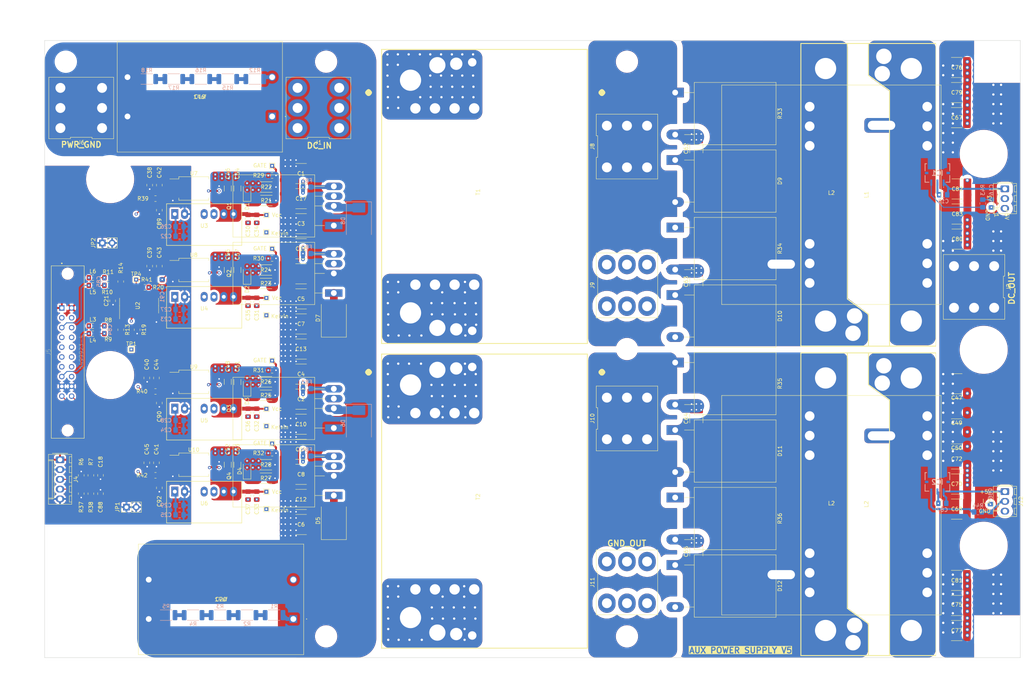
<source format=kicad_pcb>
(kicad_pcb (version 20221018) (generator pcbnew)
  (layers (0 "F.Cu" signal) (1 "In1.Cu" signal) (2 "In2.Cu" signal) (31 "B.Cu" signal) (34 "B.Paste" user) (35 "F.Paste" user) (36 "B.SilkS" user "B.Silkscreen") (37 "F.SilkS" user "F.Silkscreen") (38 "B.Mask" user) (39 "F.Mask" user) (44 "Edge.Cuts" user))
  (net 0 "")
  (net 1 "DC_IN")
  (net 2 "GNDPWR")
  (net 3 "GND")
  (net 4 "+24V")
  (net 5 "+18V_TOP_T1")
  (net 6 "KELV_TOP_T1")
  (net 7 "+18V_BOT_T1")
  (net 8 "KELV_BOT_T1")
  (net 9 "OUTPUT_GND")
  (net 10 "SO2")
  (net 11 "GATE_TOP_T1")
  (net 12 "GATE_BOT_T1")
  (net 13 "Net-(Q1-G)")
  (net 14 "Net-(Q2-G)")
  (net 15 "T1_OUT")
  (net 16 "+18V_TOP_T2")
  (net 17 "+72V_OUT")
  (net 18 "1_HI")
  (net 19 "1_LO")
  (net 21 "Vin_SENSE")
  (net 23 "2_LO")
  (net 24 "2_HI")
  (net 26 "Net-(R1-Pad2)")
  (net 27 "Net-(R2-Pad1)")
  (net 28 "Net-(R3-Pad2)")
  (net 29 "Net-(R4-Pad1)")
  (net 30 "L2")
  (net 31 "H2")
  (net 32 "L1")
  (net 33 "H1")
  (net 34 "Net-(Q3-G)")
  (net 35 "Net-(Q4-G)")
  (net 36 "Net-(C64-Pad2)")
  (net 37 "Net-(C65-Pad2)")
  (net 38 "Net-(R16-Pad2)")
  (net 39 "Net-(R17-Pad1)")
  (net 40 "Net-(D10-K)")
  (net 41 "T2_OUT")
  (net 44 "Net-(R12-Pad2)")
  (net 45 "Net-(R15-Pad1)")
  (net 46 "KELV_TOP_T2")
  (net 47 "+18V_BOT_T2")
  (net 48 "KELV_BOT_T2")
  (net 49 "GATE_TOP_T2")
  (net 50 "GATE_BOT_T2")
  (net 51 "CLAMP_TOP_T1")
  (net 52 "CLAMP_BOT_T1")
  (net 53 "CLAMP_TOP_T2")
  (net 54 "CLAMP_BOT_T2")
  (net 55 "Net-(D11-K)")
  (net 56 "Net-(U10-IN-)")
  (net 57 "Net-(C62-Pad2)")
  (net 58 "Net-(C63-Pad2)")
  (net 60 "Net-(U9-IN-)")
  (net 61 "Net-(U8-IN-)")
  (net 62 "Net-(U7-IN-)")
  (net 63 "SO1")
  (net 64 "I_Sense_2")
  (net 65 "Net-(C84-Pad1)")
  (net 66 "Net-(C84-Pad2)")
  (net 67 "Net-(C85-Pad1)")
  (net 68 "Net-(D1-K)")
  (net 69 "Net-(D2-K)")
  (net 70 "Net-(D3-K)")
  (net 71 "Net-(D4-K)")
  (net 72 "Net-(D5-A)")
  (net 73 "Net-(IC1-VOUT)")
  (net 76 "Net-(IC2-VOUT)")
  (net 79 "+72V_1")
  (net 80 "+72V_2")
  (net 81 "Net-(U2-~{EN})")
  (net 82 "Net-(C85-Pad2)")
  (net 83 "Net-(D8-K)")
  (net 84 "I_Sense_1")
  (net 85 "Net-(D6-K)")
  (net 86 "Net-(D7-A)")
  (net 91 "Ch1")
  (net 92 "Ch2")
  (net 95 "+5V")
  (footprint "Capacitor_SMD:C_2220_5650Metric_Pad1.97x5.40mm_HandSolder" (layer "F.Cu") (at 313.5 173.5 180)
    (fp_text reference "C70")
    (fp_text value "22201C106KAT2A")
  )
  (footprint "0_Power_Switches:TO-247-2_Horizontal_TabDown_NoHole" (layer "F.Cu") (at 240.5 177 -90)
    (fp_text reference "R36")
    (fp_text value "R")
  )
  (footprint "Capacitor_SMD:C_1206_3216Metric_Pad1.33x1.80mm_HandSolder" (layer "F.Cu") (at 127 96.865 90)
    (fp_text reference "C54")
    (fp_text value "0.1uf")
  )
  (footprint "Capacitor_SMD:C_0805_2012Metric_Pad1.18x1.45mm_HandSolder" (layer "F.Cu") (at 132 176.5 -90)
    (fp_text reference "C33")
    (fp_text value "1uf")
  )
  (footprint "Capacitor_SMD:C_1812_4532Metric_Pad1.57x3.40mm_HandSolder" (layer "F.Cu") (at 246 121 90)
    (fp_text reference "C63")
    (fp_text value "18121A472JAT2A")
  )
  (footprint "MountingHole:MountingHole_5.3mm_M5_DIN965" (layer "F.Cu") (at 323.6 213)
    (fp_text reference "H4")
    (fp_text value "MountingHole")
  )
  (footprint "MountingHole:MountingHole_5.3mm_M5_DIN965" (layer "F.Cu") (at 228 64)
    (fp_text reference "H8")
    (fp_text value "MountingHole")
  )
  (footprint "Capacitor_SMD:C_2220_5650Metric_Pad1.97x5.40mm_HandSolder" (layer "F.Cu") (at 313.6375 97 180)
    (fp_text reference "C82")
    (fp_text value "22201C106KAT2A")
  )
  (footprint "DWPT_Connectors:7808 Keystone M5 Terminal" (layer "F.Cu") (at 228 122)
    (fp_text reference "J9")
    (fp_text value "Screw_Terminal_01x01")
  )
  (footprint "DWPT_Connectors:7808 Keystone M5 Terminal" (layer "F.Cu") (at 228 86)
    (fp_text reference "J8")
    (fp_text value "Screw_Terminal_01x01")
  )
  (footprint "Capacitor_SMD:C_2220_5650Metric_Pad1.97x5.40mm_HandSolder" (layer "F.Cu") (at 143.5 119 180)
    (fp_text reference "C9" hide)
    (fp_text value "C")
  )
  (footprint "Capacitor_SMD:C_2220_5650Metric_Pad1.97x5.40mm_HandSolder" (layer "F.Cu") (at 143.5 99.5 180)
    (fp_text reference "C17")
    (fp_text value "C")
  )
  (footprint "Capacitor_SMD:C_2220_5650Metric_Pad1.97x5.40mm_HandSolder" (layer "F.Cu") (at 313.6375 110 180)
    (fp_text reference "C80")
    (fp_text value "22201C106KAT2A")
  )
  (footprint "TestPoint:TestPoint_THTPad_1.0x1.0mm_Drill0.5mm" (layer "F.Cu") (at 136 91)
    (fp_text reference "TP13" hide)
    (fp_text value "PWM")
  )
  (footprint "Connector_PinHeader_2.54mm:PinHeader_1x02_P2.54mm_Vertical" (layer "F.Cu") (at 91.975 111 90)
    (fp_text reference "JP2")
    (fp_text value "Jumper")
  )
  (footprint "Capacitor_SMD:C_2220_5650Metric_Pad1.97x5.40mm_HandSolder" (layer "F.Cu") (at 143.5 132 180)
    (fp_text reference "C7")
    (fp_text value "C")
  )
  (footprint "TestPoint:TestPoint_THTPad_1.0x1.0mm_Drill0.5mm" (layer "F.Cu") (at 134.5 129.75)
    (fp_text reference "TP10" hide)
    (fp_text value "-5H1")
  )
  (footprint "MountingHole:MountingHole_5.3mm_M5_DIN965" (layer "F.Cu") (at 82.5 64)
    (fp_text reference "H1")
    (fp_text value "MountingHole")
  )
  (footprint "DWPT_Connectors:7808 Keystone M5 Terminal" (layer "F.Cu") (at 148 76 90)
    (fp_text reference "J1")
    (fp_text value "Screw_Terminal_01x01")
  )
  (footprint "Capacitor_SMD:C_2220_5650Metric_Pad1.97x5.40mm_HandSolder" (layer "F.Cu") (at 313.5 65.5 180)
    (fp_text reference "C76")
    (fp_text value "22201C106KAT2A")
  )
  (footprint "MountingHole:MountingHole_5.3mm_M5_DIN965" (layer "F.Cu") (at 150 213)
    (fp_text reference "H12")
    (fp_text value "MountingHole")
  )
  (footprint "Capacitor_SMD:C_2220_5650Metric_Pad1.97x5.40mm_HandSolder" (layer "F.Cu") (at 313.5 72 180)
    (fp_text reference "C79")
    (fp_text value "22201C106KAT2A")
  )
  (footprint "Resistor_SMD:R_0805_2012Metric_Pad1.20x1.40mm_HandSolder" (layer "F.Cu") (at 93.5 122 180)
    (fp_text reference "R10")
    (fp_text value "5k")
  )
  (footprint "Capacitor_SMD:C_0805_2012Metric_Pad1.18x1.45mm_HandSolder" (layer "F.Cu") (at 104.25 117 -90)
    (fp_text reference "C39")
    (fp_text value "1uf")
  )
  (footprint "RPS Footprints:SOIC-8_7.5x5.85mm_P1.27mm" (layer "F.Cu") (at 115.675 96.865)
    (fp_text reference "U7")
    (fp_text value "STGAP2SICSC")
  )
  (footprint "Capacitor_SMD:C_0805_2012Metric_Pad1.18x1.45mm_HandSolder" (layer "F.Cu") (at 106.75 117 -90)
    (fp_text reference "C43")
    (fp_text value "0.1uf")
  )
  (footprint "Resistor_SMD:R_0805_2012Metric_Pad1.20x1.40mm_HandSolder" (layer "F.Cu") (at 136 165.5)
    (fp_text reference "R32")
    (fp_text value "10k")
  )
  (footprint "Resistor_SMD:R_0805_2012Metric_Pad1.20x1.40mm_HandSolder" (layer "F.Cu") (at 96.75 133.5 90)
    (fp_text reference "R13")
    (fp_text value "10k")
  )
  (footprint "Resistor_SMD:R_0805_2012Metric_Pad1.20x1.40mm_HandSolder" (layer "F.Cu") (at 93.5 134.5)
    (fp_text reference "R9")
    (fp_text value "5k")
  )
  (footprint "Resistor_SMD:R_2010_5025Metric_Pad1.40x2.65mm_HandSolder" (layer "F.Cu") (at 134.4 147 180)
    (fp_text reference "R26")
    (fp_text value "5")
  )
  (footprint "Capacitor_SMD:C_2220_5650Metric_Pad1.97x5.40mm_HandSolder" (layer "F.Cu") (at 143.5 125.5 180)
    (fp_text reference "C5")
    (fp_text value "C")
  )
  (footprint "0_Power_Switches:TO-247-2_Horizontal_TabDown_NoHole" (layer "F.Cu") (at 240.5 194.5 -90)
    (fp_text reference "D12")
    (fp_text value "APT30S20BG")
  )
  (footprint "Capacitor_SMD:C_0805_2012Metric_Pad1.18x1.45mm_HandSolder" (layer "F.Cu") (at 103.5 168 -90)
    (fp_text reference "C45")
    (fp_text value "0.1uf")
  )
  (footprint "Capacitor_SMD:C_2220_5650Metric_Pad1.97x5.40mm_HandSolder" (layer "F.Cu") (at 313.5 211.5 180)
    (fp_text reference "C77")
    (fp_text value "22201C106KAT2A")
  )
  (footprint "Capacitor_SMD:C_0805_2012Metric_Pad1.18x1.45mm_HandSolder" (layer "F.Cu") (at 106.75 174.5 90)
    (fp_text reference "C92")
    (fp_text value "10uf")
  )
  (footprint "Capacitor_SMD:C_2220_5650Metric_Pad1.97x5.40mm_HandSolder" (layer "F.Cu") (at 313.6375 103.5 180)
    (fp_text reference "C83")
    (fp_text value "22201C106KAT2A")
  )
  (footprint "Capacitor_SMD:C_2220_5650Metric_Pad1.97x5.40mm_HandSolder" (layer "F.Cu") (at 143.5 171 180)
    (fp_text reference "C8")
    (fp_text value "C")
  )
  (footprint "TestPoint:TestPoint_THTPad_1.0x1.0mm_Drill0.5mm" (layer "F.Cu") (at 134.5 103.75)
    (fp_text reference "TP5" hide)
    (fp_text value "+15H1")
  )
  (footprint "TestPoint:TestPoint_THTPad_1.0x1.0mm_Drill0.5mm" (layer "F.Cu") (at 134.5 108.25)
    (fp_text reference "TP9" hide)
    (fp_text value "-5H1")
  )
  (footprint "Capacitor_SMD:C_2220_5650Metric_Pad1.97x5.40mm_HandSolder" (layer "F.Cu") (at 143.5 184 180)
    (fp_text reference "C6")
    (fp_text value "C")
  )
  (footprint "0_Power_Switches:TO-247-4_Horizontal_TabDown_NoHole" (layer "F.Cu") (at 151.99 106.48 90)
    (fp_text reference "Q1")
    (fp_text value "UJ4C075018K4S")
  )
  (footprint "Diode_SMD:D_SOD-123F" (layer "F.Cu") (at 129.5 119.5 90)
    (fp_text reference "D2")
    (fp_text value "D_Small")
  )
  (footprint "0_Power_Switches:TO-247-2_Horizontal_TabDown_NoHole" (layer "F.Cu") (at 240.5 72 -90)
    (fp_text reference "R33")
    (fp_text value "R")
  )
  (footprint "Capacitor_SMD:C_1206_3216Metric_Pad1.33x1.80mm_HandSolder" (layer "F.Cu") (at 124.5 118 90)
    (fp_text reference "C56")
    (fp_text value "0.1uf")
  )
  (footprint "Capacitor_SMD:C_0805_2012Metric_Pad1.18x1.45mm_HandSolder" (layer "F.Cu") (at 129.75 104.75 -90)
    (fp_text reference "C30")
    (fp_text value "1uf")
  )
  (footprint "Capacitor_SMD:C_1206_3216Metric_Pad1.33x1.80mm_HandSolder" (layer "F.Cu") (at 127 118 90)
    (fp_text reference "C57")
    (fp_text value "0.1uf")
  )
  (footprint "Capacitor_SMD:C_1206_3216Metric_Pad1.33x1.80mm_HandSolder" (layer "F.Cu") (at 124.5 168.5 90)
    (fp_text reference "C52")
    (fp_text value "0.1uf")
  )
  (footprint "Capacitor_SMD:C_1812_4532Metric_Pad1.57x3.40mm_HandSolder" (layer "F.Cu") (at 246 156.5 90)
    (fp_text reference "C64")
    (fp_text value "18121A472JAT2A")
  )
  (footprint "Capacitor_SMD:C_0805_2012Metric_Pad1.18x1.45mm_HandSolder" (layer "F.Cu") (at 91.5 171.25 -90)
    (fp_text reference "C18")
    (fp_text value "3.9uf")
  )
  (footprint "RPS Footprints:MountingHole_12mm_M5_SpringClamp" (layer "F.Cu") (at 320.5 189.5002)
    (fp_text reference "H13")
    (fp_text value "MountingHole")
  )
  (footprint "Resistor_SMD:R_2010_5025Metric_Pad1.40x2.65mm_HandSolder" (layer "F.Cu") (at 134.5 96.5 180)
    (fp_text reference "R22")
    (fp_text value "5")
  )
  (footprint "Capacitor_SMD:C_2220_5650Metric_Pad1.97x5.40mm_HandSolder" (layer "F.Cu") (at 143.5 145 180)
    (fp_text reference "C4")
    (fp_text value "C")
  )
  (footprint "Capacitor_SMD:C_2220_5650Metric_Pad1.97x5.40mm_HandSolder" (layer "F.Cu") (at 313.5 198.5 180)
    (fp_text reference "C81")
    (fp_text value "22201C106KAT2A")
  )
  (footprint "0_Power_Supply:SIP-7 (pins 1, 2, 4,5, 6, 7)" (layer "F.Cu") (at 118.38 106.04)
    (fp_text reference "U3")
    (fp_text value "AM2D-2418SZ")
  )
  (footprint "Capacitor_SMD:C_2220_5650Metric_Pad1.97x5.40mm_HandSolder" (layer "F.Cu") (at 143.5 112.5 180)
    (fp_text reference "C11")
    (fp_text value "C")
  )
  (footprint "Resistor_SMD:R_2010_5025Metric_Pad1.40x2.65mm_HandSolder" (layer "F.Cu") (at 134.4 121.5 180)
    (fp_text reference "R23")
    (fp_text value "1")
  )
  (footprint "TestPoint:TestPoint_THTPad_1.0x1.0mm_Drill0.5mm" (layer "F.Cu") (at 134.5 175.5)
    (fp_text reference "TP8" hide)
    (fp_text value "+15H1")
  )
  (footprint "Capacitor_SMD:C_0805_2012Metric_Pad1.18x1.45mm_HandSolder" (layer "F.Cu") (at 103.5 146 -90)
    (fp_text reference "C40")
    (fp_text value "1uf")
  )
  (footprint "Resistor_SMD:R_0805_2012Metric_Pad1.20x1.40mm_HandSolder" (layer "F.Cu") (at 86.5 171.25 -90)
    (fp_text reference "R6")
    (fp_text value "10k")
  )
  (footprint "Resistor_SMD:R_2010_5025Metric_Pad1.40x2.65mm_HandSolder" (layer "F.Cu") (at 134.4 172 180)
    (fp_text reference "R27")
    (fp_text value "1")
  )
  (footprint "Capacitor_SMD:C_0805_2012Metric_Pad1.18x1.45mm_HandSolder" (layer "F.Cu") (at 129.75 176.5 -90)
    (fp_text reference "C37")
    (fp_text value "4.7uf")
  )
  (footprint "Diode_SMD:D_SMC" (layer "F.Cu") (at 152 130.5 90)
    (fp_text reference "D7")
    (fp_text value "STTH212S")
  )
  (footprint "Capacitor_SMD:C_2220_5650Metric_Pad1.97x5.40mm_HandSolder" (layer "F.Cu") (at 313.5 180 180)
    (fp_text reference "C68")
    (fp_text value "22201C106KAT2A")
  )
  (footprint "TestPoint:TestPoint_THTPad_1.0x1.0mm_Drill0.5mm" (layer "F.Cu") (at 134.5 180)
    (fp_text reference "TP12" hide)
    (fp_text value "-5H1")
  )
  (footprint "Capacitor_SMD:C_1812_4532Metric_Pad1.57x3.40mm_HandSolder" (layer "F.Cu") (at 246 191 90)
    (fp_text reference "C65")
    (fp_text value "18121A472JAT2A")
  )
  (footprint "Resistor_SMD:R_0805_2012Metric_Pad1.20x1.40mm_HandSolder" (layer "F.Cu") (at 89 176 -90)
    (fp_text reference "R38")
    (fp_text value "100R")
  )
  (footprint "Capacitor_SMD:C_0805_2012Metric_Pad1.18x1.45mm_HandSolder" (layer "F.Cu") (at 91.5 176 90)
    (fp_text reference "C88")
    (fp_text value "3.9uf")
  )
  (footprint "0_Power_Supply:SIP-7 (pins 1, 2, 4,5, 6, 7)" (layer "F.Cu") (at 118.38 127.5)
    (fp_text reference "U4")
    (fp_text value "AM2D-2418SZ")
  )
  (footprint "Capacitor_SMD:C_0805_2012Metric_Pad1.18x1.45mm_HandSolder" (layer "F.Cu") (at 106.75 152.5 90)
    (fp_text reference "C90")
    (fp_text value "10uf")
  )
  (footprint "0_Miscellaneous:Film Cap, C4AxxBWxxxxx3J, 28 x 42 x 37" (layer "F.Cu") (at 136 78.2 180)
    (fp_text reference "C19")
    (fp_text value "14uf")
  )
  (footprint "TestPoint:TestPoint_THTPad_1.0x1.0mm_Drill0.5mm" (layer "F.Cu") (at 100.75 120.5)
    (fp_text reference "TP4")
    (fp_text value "IN+")
  )
  (footprint "RPS Footprints:SOIC-8_7.5x5.85mm_P1.27mm" (layer "F.Cu") (at 115.675 147)
    (fp_text reference "U9")
    (fp_text value "STGAP2SICSC")
  )
  (footprint "0_Miscellaneous:Film Cap, C4AxxBWxxxxx3J, 28 x 42 x 37" (layer "F.Cu") (at 141.5 208.5 180)
    (fp_text reference "C20")
    (fp_text value "14uf")
  )
  (footprint "RPS Footprints:MountingHole_12mm_M5_SpringClamp" (layer "F.Cu") (at 320.5 138.7002)
    (fp_text reference locked "H5")
    (fp_text value "MountingHole")
  )
  (footprint "Connector_PinHeader_2.54mm:PinHeader_1x02_P2.54mm_Vertical" (layer "F.Cu") (at 98.225 179.5 90)
    (fp_text reference "JP1")
    (fp_text value "Jumper")
  )
  (footprint "RPS Footprints:SOIC-8_7.5x5.85mm_P1.27mm" (layer "F.Cu") (at 115.675 168.5)
    (fp_text reference "U10")
    (fp_text value "STGAP2SICSC")
  )
  (footprint "0_Magnetics:CWS-1HW-12203" (layer "F.Cu") (at 281 179 180)
    (fp_text reference "L2")
    (fp_text value "26uH")
  )
  (footprint "Resistor_SMD:R_0805_2012Metric_Pad1.20x1.40mm_HandSolder" (layer "F.Cu") (at 136 144)
    (fp_text reference "R31")
    (fp_text value "10k")
  )
  (footprint "Capacitor_SMD:C_2220_5650Metric_Pad1.97x5.40mm_HandSolder" (layer "F.Cu") (at 313.5 78.5 180)
    (fp_text reference "C67")
    (fp_text value "22201C106KAT2A")
  )
  (footprint "Inductor_SMD:L_0805_2012Metric_Pad1.15x1.40mm_HandSolder" (layer "F.Cu") (at 89.5 132.5)
    (fp_text reference "L3")
    (fp_text value "1uH")
  )
  (footprint "Resistor_SMD:R_2010_5025Metric_Pad1.40x2.65mm_HandSolder" (layer "F.Cu") (at 134.4 168.5 180)
    (fp_text reference "R28")
    (fp_text value "5")
  )
  (footprint "Connector_Molex:Molex_KK-254_AE-6410-03A_1x03_P2.54mm_Vertical" (layer "F.Cu") (at 325.98 96.96 -90)
    (fp_text reference "J3")
    (fp_text value "I_Sense_R")
  )
  (footprint "Capacitor_SMD:C_1206_3216Metric_Pad1.33x1.80mm_HandSolder" (layer "F.Cu") (at 127 168.5 90)
    (fp_text reference "C53")
    (fp_text value "0.1uf")
  )
  (footprint "0_Power_Switches:TO-247-4_Horizontal_TabDown_NoHole" (layer "F.Cu") (at 151.99 158.98 90)
    (fp_text reference "Q3")
    (fp_text value "UJ4C075018K4S")
  )
  (footprint "DWPT_Connectors:7808 Keystone M5 Terminal" (layer "F.Cu") (at 228 156.5)
    (fp_text reference "J10")
    (fp_text value "Screw_Terminal_01x01")
  )
  (footprint "Resistor_SMD:R_0805_2012Metric_Pad1.20x1.40mm_HandSolder" (layer "F.Cu") (at 96.75 121 -90)
    (fp_text reference "R14")
    (fp_text value "10k")
  )
  (footprint "Inductor_SMD:L_0805_2012Metric_Pad1.15x1.40mm_HandSolder" (layer "F.Cu") (at 89.5 122)
    (fp_text reference "L5")
    (fp_text value "1uH")
  )
  (footprint "Inductor_SMD:L_0805_2012Metric_Pad1.15x1.40mm_HandSolder" (layer "F.Cu") (at 89.5 134.5)
    (fp_text reference "L4")
    (fp_text value "1uH")
  )
  (footprint "Resistor_SMD:R_0805_2012Metric_Pad1.20x1.40mm_HandSolder" (layer "F.Cu") (at 103 122.5)
    (fp_text reference "R20")
    (fp_text value "10k")
  )
  (footprint "MountingHole:MountingHole_5.3mm_M5_DIN965" (layer "F.Cu") (at 323.6 64)
    (fp_text reference "H3")
    (fp_text value "MountingHole")
  )
  (footprint "Capacitor_SMD:C_0805_2012Metric_Pad1.18x1.45mm_HandSolder" (layer "F.Cu") (at 106 168 -90)
    (fp_text reference "C41")
    (fp_text value "1uf")
  )
  (footprint "RPS Footprints:MountingHole_12mm_M5_SpringClamp" (layer "F.Cu") (at 94 145.2502)
    (fp_text reference "H15")
    (fp_text value "MountingHole")
  )
  (footprint "0_Power_Switches:TO-247-2_Horizontal_TabDown_NoHole" (layer "F.Cu") (at 240.5 124.5 -90)
    (fp_text reference "D10")
    (fp_text value "APT30S20BG")
  )
  (footprint "Resistor_SMD:R_2010_5025Metric_Pad1.40x2.65mm_HandSolder" (layer "F.Cu") (at 134.5 100 180)
    (fp_text reference "R21")
    (fp_text value "1")
  )
  (footprint "Diode_SMD:D_SOD-123F" (layer "F.Cu") (at 129.5 98 90)
    (fp_text reference "D1")
    (fp_text value "D_Small")
  )
  (footprint "Capacitor_SMD:C_0805_2012Metric_Pad1.18x1.45mm_HandSolder" (layer "F.Cu") (at 106 146 -90)
    (fp_text reference "C44")
    (fp_text value "0.1uf")
  )
  (footprint "TestPoint:TestPoint_THTPad_1.0x1.0mm_Drill0.5mm" (layer "F.Cu") (at 99.5 138.6)
    (fp_text reference "TP1")
    (fp_text value "IN+")
  )
  (footprint "Resistor_SMD:R_0805_2012Metric_Pad1.20x1.40mm_HandSolder" (layer "F.Cu") (at 101 133.5 -90)
    (fp_text reference "R19")
    (fp_text value "10k")
  )
  (footprint "0_Magnetics:E65 Core Main Board" (layer "F.Cu") (at 164.3925 216.0625 90)
    (fp_text reference "T2")
    (fp_text value "Transformer_1P_1S")
  )
  (footprint "0_Power_Switches:TO-247-4_Horizontal_TabDown_NoHole" (layer "F.Cu") (at 151.99 123.98 90)
    (fp_text reference "Q2")
    (fp_text value "UJ4C075018K4S")
  )
  (footprint "0_Magnetics:CWS-1HW-12203" (layer "F.Cu") (at 281 98.5 180)
    (fp_text reference "L2")
    (fp_text value "26uH")
  )
  (footprint "DWPT_Connectors:7808 Keystone M5 Terminal" (layer "F.Cu") (at 228 199)
    (fp_text reference "J11")
    (fp_text value "Screw_Terminal_01x01")
  )
  (footprint "0_Power_Switches:TO-247-4_Horizontal_TabDown_NoHole" (layer "F.Cu") (at 151.99 176.48 90)
    (fp_text reference "Q4")
    (fp_text value "UJ4C075018K4S")
  )
  (footprint "Capacitor_SMD:C_2220_5650Metric_Pad1.97x5.40mm_HandSolder" (layer "F.Cu") (at 313.5 205 180)
    (fp_text reference "C75")
    (fp_text value "22201C106KAT2A")
  )
  (footprint "0_Power_Switches:TO-247-2_Horizontal_TabDown_NoHole" (layer "F.Cu") (at 240.5 159.5 -90)
    (fp_text reference "D11")
    (fp_text value "APT30S20BG")
  )
  (footprint "0_Power_Switches:TO-247-2_Horizontal_TabDown_NoHole" (layer "F.Cu") (at 240.5 89.5 -90)
    (fp_text reference "D9")
    (fp_text value "APT30S20BG")
  )
  (footprint "Capacitor_SMD:C_0805_2012Metric_Pad1.18x1.45mm_HandSolder" (layer "F.Cu") (at 132 104.75 -90)
    (fp_text reference "C34")
    (fp_text value "4.7uf")
  )
  (footprint "Resistor_SMD:R_2010_5025Metric_Pad1.40x2.65mm_HandSolder" (layer "F.Cu") (at 134.4 150.5 180)
    (fp_text reference "R25")
    (fp_text value "1")
  )
  (footprint "Diode_SMD:D_SOD-123F" (layer "F.Cu") (at 129.5 148.5 90)
    (fp_text reference "D3")
    (fp_text value "D_Small")
  )
  (footprint "Connector_Molex:Molex_KK-254_AE-6410-05A_1x05_P2.54mm_Vertical" (layer "F.Cu") (at 81 167.21 -90)
    (fp_text reference "J4")
    (fp_text value "Conn_01x05")
  )
  (footprint "Capacitor_SMD:C_2220_5650Metric_Pad1.97x5.40mm_HandSolder" (layer "F.Cu") (at 143.5 106 180)
    (fp_text reference "C3")
    (fp_text value "C")
  )
  (footprint "RPS Footprints:SOIC-8_7.5x5.85mm_P1.27mm" (layer "F.Cu") (at 115.675 118)
    (fp_text reference "U8")
    (fp_text value "STGAP2SICSC")
  )
  (footprint "Capacitor_SMD:C_2220_5650Metric_Pad1.97x5.40mm_HandSolder" (layer "F.Cu") (at 143.5 177.5 180)
    (fp_text reference "C12")
    (fp_text value "C")
  )
  (footprint "Capacitor_SMD:C_0805_2012Metric_Pad1.18x1.45mm_HandSolder" (layer "F.Cu") (at 132 126.25 -90)
    (fp_text reference "C31")
    (fp_text value "1uf")
  )
  (footprint "Resistor_SMD:R_0805_2012Metric_Pad1.20x1.40mm_HandSolder" (layer "F.Cu") (at 136 115)
    (fp_text reference "R30")
    (fp_text value "10k")
  )
  (footprint "Capacitor_SMD:C_1206_3216Metric_Pad1.33x1.80mm_HandSolder" (layer "F.Cu") (at 127 147.0625 90)
    (fp_text reference "C51")
    (fp_text value "0.1uf")
  )
  (footprint "Capacitor_SMD:C_0805_2012Metric_Pad1.18x1.45mm_HandSolder" (layer "F.Cu") (at 106.75 102.5 90)
    (fp_text reference "C89")
    (fp_text value "10uf")
  )
  (footprint "Resistor_SMD:R_2010_5025Metric_Pad1.40x2.65mm_HandSolder" (layer "F.Cu") (at 134.4 118 180)
    (fp_text reference "R24")
    (fp_text value "5")
  )
  (footprint "DWPT_Connectors:7808 Keystone M5 Terminal" (layer "F.Cu") (at 86.5 76 90)
    (fp_text reference "J6")
    (fp_text value "Screw_Terminal_01x01")
  )
  (footprint "0_Power_Switches:TO-247-2_Horizontal_TabDown_NoHole" (layer "F.Cu") (at 240.5 142 -90)
    (fp_text reference "R35")
    (fp_text value "R")
  )
  (footprint "RPS Footprints:MountingHole_12mm_M5_SpringClamp" (layer "F.Cu") (at 94 196.0502)
    (fp_text reference "H7")
    (fp_text value "MountingHole")
  )
  (footprint "Resistor_SMD:R_0805_2012Metric_Pad1.20x1.40mm_HandSolder" (layer "F.Cu") (at 136 93.5)
    (fp_text reference "R29")
    (fp_text value "10k")
  )
  (footprint "Capacitor_SMD:C_2220_5650Metric_Pad1.97x5.40mm_HandSolder" (layer "F.Cu") (at 313.5 167 180)
    (fp_text reference "C72")
    (fp_text value "22201C106KAT2A")
  )
  (footprint "Capacitor_SMD:C_2220_5650Metric_Pad1.97x5.40mm_HandSolder" (layer "F.Cu") (at 143.5 158 180)
    (fp_text reference "C10")
    (fp_text value "C")
  )
  (footprint "Diode_SMD:D_SMC" (layer "F.Cu") (at 152 183 90)
    (fp_text reference "D5")
    (fp_text value "STTH212S")
  )
  (footprint "TestPoint:TestPoint_THTPad_1.0x1.0mm_Drill0.5mm" (layer "F.Cu") (at 136 141.5)
    (fp_text reference "TP15" hide)
    (fp_text value "PWM")
  )
  (footprint "Package_SO:SOIC-16_3.9x9.9mm_P1.27mm" (layer "F.Cu") (at 101.5 127.25 90)
    (fp_text reference "U2")
    (fp_text value "AM26LS33")
  )
  (footprint "RPS Footprints:TE_5499923-4" (layer "F.Cu") (at 81.465 127.8575 -90)
    (fp_text reference "J5")
    (fp_text value "5499923-4")
  )
  (footprint "RPS Footprints:MountingHole_12mm_M5_SpringClamp" (layer "F.Cu") (at 320.5 87.9002)
    (fp_text reference "H6")
    (fp_text value "MountingHole")
  )
  (footprint "0_Power_Supply:SIP-7 (pins 1, 2, 4,5, 6, 7)" (layer "F.Cu") (at 118.38 178)
    (fp_text reference "U6")
    (fp_text value "AM2D-2418SZ")
  )
  (footprint "Diode_SMD:D_SOD-123F" (layer "F.Cu") (at 129.5 170 90)
    (fp_text reference "D4")
    (fp_text value "D_Small")
  )
  (footprint "Capacitor_SMD:C_1206_3216Metric_Pad1.33x1.80mm_HandSolder" (layer "F.Cu") (at 124.5 96.865 90)
    (fp_text reference "C46")
    (fp_text value "0.1uf")
  )
  (footprint "Resistor_SMD:R_0805_2012Metric_Pad1.20x1.40mm_HandSolder" (layer "F.Cu") (at 105.75 99.5 180)
    (fp_text reference "R39")
    (fp_text value "10k")
  )
  (footprint "0_Magnetics:ETD49 Core MB" (layer "F.Cu") (at 290.8365 98.5 90)
    (fp_text reference "L1")
    (fp_text value "26uH")
  )
  (footprint "TestPoint:TestPoint_THTPad_1.0x1.0mm_Drill0.5mm" (layer "F.Cu") (at 136 163)
    (fp_text reference "TP16" hide)
    (fp_text value "PWM")
  )
  (footprint "Capacitor_SMD:C_2220_5650Metric_Pad1.97x5.40mm_HandSolder" (layer "F.Cu") (at 143.5 151.5 180)
    (fp_text reference "C2")
    (fp_text value "C")
  )
  (footprint "Resistor_SMD:R_0805_2012Metric_Pad1.20x1.40mm_HandSolder" (layer "F.Cu") (at 105.75 171.25 180)
    (fp_text reference "R42")
    (fp_text value "10k")
  )
  (footprint "0_Power_Switches:TO-247-2_Horizontal_TabDown_NoHole" (layer "F.Cu") (at 240.5 107 -90)
    (fp_text reference "R34")
    (fp_text value "R")
  )
  (footprint "0_Power_Supply:SIP-7 (pins 1, 2, 4,5, 6, 7)" (layer "F.Cu") (at 118.38 156.5)
    (fp_text reference "U5")
    (fp_text value "AM2D-2418SZ")
  )
  (footprint "Inductor_SMD:L_0805_2012Metric_Pad1.15x1.40mm_HandSolder" (layer "F.Cu") (at 89.5 120)
    (fp_text reference "L6")
    (fp_text value "1uH")
  )
  (footprint "TestPoint:TestPoint_THTPad_1.0x1.0mm_Drill0.5mm" (layer "F.Cu") (at 134.5 154)
    (fp_text reference "TP7" hide)
    (fp_text value "+15H1")
  )
  (footprint "Capacitor_SMD:C_0805_2012Metric_Pad1.18x1.45mm_HandSolder" (layer "F.Cu") (at 104.25 96 -90)
    (fp_text reference "C38")
    (fp_text value "1uf")
  )
  (footprint "TestPoint:TestPoint_THTPad_1.0x1.0mm_Drill0.5mm" (layer "F.Cu") (at 134.5 125.25)
    (fp_text reference "TP6" hide)
    (fp_text value "+15H1")
  )
  (footprint "Capacitor_SMD:C_2220_5650Metric_Pad1.97x5.40mm_HandSolder" (layer "F.Cu") (at 143.5 93 180)
    (fp_text reference "C1")
    (fp_text value "C")
  )
  (footprint "Capacitor_SMD:C_2220_5650Metric_Pad1.97x5.40mm_HandSolder" (layer "F.Cu") (at 313.5 160.5 180)
    (fp_text reference "C50")
    (fp_text value "22201C106KAT2A")
  )
  (footprint "Resistor_SMD:R_0805_2012Metric_Pad1.20x1.40mm_HandSolder" (layer "F.Cu") (at 89 171.25 90)
    (fp_text reference "R7")
    (fp_text value "100R")
  )
  (footprint "Capacitor_SMD:C_0805_2012Metric_Pad1.18x1.45mm_HandSolder" (layer "F.Cu") (at 132 155 -90)
    (fp_text reference "C32")
    (fp_text value "1uf")
  )
  (footprint "TestPoint:TestPoint_THTPad_1.0x1.0mm_Drill0.5mm" (layer "F.Cu") (at 136 112.5)
    (fp_text reference "TP14" hide)
    (fp_text value "PWM")
  )
  (footprint "RPS Footprints:MountingHole_12mm_M5_SpringClamp" (layer "F.Cu") (at 94 94.4502)
    (fp_text reference "H14")
    (fp_text value "MountingHole")
  )
  (footprint "Capacitor_SMD:C_2220_5650Metric_Pad1.97x5.40mm_HandSolder" (layer "F.Cu") (at 313.5 154 180)
    (fp_text reference "C49")
    (fp_text value "22201C106KAT2A")
  )
  (footprint "Resistor_SMD:R_0805_2012Metric_Pad1.20x1.40mm_HandSolder" (layer "F.Cu") (at 106.5 120.5 180)
    (fp_text reference "R41")
    (fp_text value "10k")
  )
  (footprint "Capacitor_SMD:C_2220_5650Metric_Pad1.97x5.40mm_HandSolder" (layer "F.Cu") (at 143.5 138.5 180)
    (fp_text reference "C13")
    (fp_text value "C")
  )
  (footprint "Connector_Molex:Molex_KK-254_AE-6410-03A_1x03_P2.54mm_Vertical" (layer "F.Cu") (at 326 175.46 -90)
    (fp_text reference "J12")
    (fp_text value "I_Sense_R")
  )
  (footprint "Resistor_SMD:R_0805_2012Metric_Pad1.20x1.40mm_HandSolder" (layer "F.Cu") (at 105.75 149.5 180)
    (fp_text reference "R40")
    (fp_text value "10k")
  )
  (footprint "TestPoint:TestPoint_THTPad_1.0x1.0mm_Drill0.5mm" (layer "F.Cu") (at 134.5 158.5)
    (fp_text reference "TP11" hide)
    (fp_text value "-5H1")
  )
  (footprint "Capacitor_SMD:C_0805_2012Metric_Pad1.18x1.45mm_HandSolder" (layer "F.Cu") (at 129.75 126.25 -90)
    (fp_text reference "C35")
    (fp_text value "4.7uf")
  )
  (footprint "MountingHole:MountingHole_5.3mm_M5_DIN965" (layer "F.Cu") (at 228 138.5)
    (fp_text reference locked "H9")
    (fp_text value "MountingHole")
  )
  (footprint "Capacitor_SMD:C_2220_5650Metric_Pad1.97x5.40mm_HandSolder" (layer "F.Cu") (at 313.5 147.5 180)
    (fp_text reference "C47")
    (fp_text value "22201C106KAT2A")
  )
  (footprint "0_Magnetics:E65 Core Main Board" (layer "F.Cu") (at 164.3925 137.0625 90)
    (fp_text reference "T1")
    (fp_text value "Transformer_1P_1S")
  )
  (footprint "Capacitor_SMD:C_0805_2012Metric_Pad1.18x1.45mm_HandSolder" (layer "F.Cu") (at 129.75 155 -90)
    (fp_text reference "C36")
    (fp_text value "4.7uf")
  )
  (footprint "MountingHole:MountingHole_5.3mm_M5_DIN965" (layer "F.Cu") (at 150 64)
    (fp_text reference "H11")
    (fp_text value "MountingHole")
  )
  (footprint "Resistor_SMD:R_0805_2012Metric_Pad1.20x1.40mm_HandSolder" (layer "F.Cu") (at 86.5 176 90)
    (fp_text reference "R37")
    (fp_text value "10k")
  )
  (footprint "Capacitor_SMD:C_0805_2012Metric_Pad1.18x1.45mm_HandSolder" (layer "F.Cu") (at 106.75 96 -90)
    (fp_text reference "C42")
    (fp_text value "0.1uf")
  )
  (footprint "Resistor_SMD:R_0805_2012Metric_Pad1.20x1.40mm_HandSolder" (layer "F.Cu") (at 93.5 120)
    (fp_text reference "R11")
    (fp_text value "5k")
  )
  (footprint "MountingHole:MountingHole_5.3mm_M5_DIN965" (layer "F.Cu") (at 82.5 213)
    (fp_text reference "H2")
    (fp_text value "MountingHole")
  )
  (footprint "MountingHole:MountingHole_5.3mm_M5_DIN965" (layer "F.Cu") (at 228 213)
    (fp_text reference locked "H10")
    (fp_text value "MountingHole")
  )
  (footprint "Capacitor_SMD:C_0805_2012Metric_Pad1.18x1.45mm_HandSolder" (layer "F.Cu") (at 94.65 126 -90)
    (fp_text reference "C21")
    (fp_text value "0.1uf")
  )
  (footprint "Resistor_SMD:R_0805_2012Metric_Pad1.20x1.40mm_HandSolder" (layer "F.Cu") (at 93.5 132.5 180)
    (fp_text reference "R8")
    (fp_text value "5k")
  )
  (footprint "0_Magnetics:ETD49 Core MB" (layer "F.Cu") (at 290.8365 178.725 90)
    (fp_text reference "L2")
    (fp_text value "26uH")
  )
  (footprint "DWPT_Connectors:7808 Keystone M5 Terminal" (layer "F.Cu") (at 318 122.4 180)
    (fp_text reference "J2")
    (fp_text value "Screw_Terminal_01x01")
  )
  (footprint "Capacitor_SMD:C_1812_4532Metric_Pad1.57x3.40mm_HandSolder" (layer "F.Cu") (at 246 86.5 90)
    (fp_text reference "C62")
    (fp_text value "18121A472JAT2A")
  )
  (footprint "Capacitor_SMD:C_1206_3216Metric_Pad1.33x1.80mm_HandSolder" (layer "F.Cu") (at 124.5 147 90)
    (fp_text reference "C48")
    (fp_text value "0.1uf")
  )
  (footprint "Capacitor_SMD:C_2220_5650Metric_Pad1.97x5.40mm_HandSolder" (layer "F.Cu") (at 143.5 164.5 180)
    (fp_text reference "C14")
    (fp_text value "C")
  )
  (footprint "Capacitor_SMD:C_0805_2012Metric_Pad1.18x1.45mm_HandSolder" (layer "B.Cu") (at 107.5 121.5 90)
    (fp_text reference "C91")
    (fp_text value "10uf")
  )
  (footprint "Capacitor_SMD:C_0603_1608Metric_Pad1.08x0.95mm_HandSolder" (layer "B.Cu") (at 92.5 133.5 90)
    (fp_text reference "C84")
    (fp_text value "56pF")
  )
  (footprint "Resistor_SMD:R_2010_5025Metric" (layer "B.Cu") (at 103.5 68.5 180)
    (fp_text reference "R18")
    (fp_text value "100k")
  )
  (footprint "RPS Footprints:ACS780LLRTR050BT" (layer "B.Cu") (at 308.5 92.9 180)
    (fp_text reference "IC1")
    (fp_text value "ACS780LLRTR-050U-T" hide)
  )
  (footprint "Resistor_SMD:R_2010_5025Metric" (layer "B.Cu") (at 136.5 207.5 180)
    (fp_text reference "R1")
    (fp_text value "100k")
  )
  (footprint "Capacitor_SMD:C_0805_2012Metric_Pad1.18x1.45mm_HandSolder" (layer "B.Cu") (at 112 128.25)
    (fp_text reference "C27")
    (fp_text value "0.1uf")
  )
  (footprint "Resistor_SMD:R_0805_2012Metric_Pad1.20x1.40mm_HandSolder" (layer "B.Cu") (at 319 180.75 180)
    (fp_text reference "R44")
    (fp_text value "100R")
  )
  (footprint "Diode_SMD:D_SMC" (layer "B.Cu") (at 158.5 157.75 -90)
    (fp_text reference "D6")
    (fp_text value "STTH212S")
  )
  (footprint "Resistor_SMD:R_2010_5025Metric" (layer "B.Cu") (at 108.5 207.5 180)
    (fp_text reference "R5")
    (fp_text value "100k")
  )
  (footprint "Capacitor_SMD:C_0805_2012Metric_Pad1.18x1.45mm_HandSolder" (layer "B.Cu") (at 322.5 100.75 -90)
    (fp_text reference "C16")
    (fp_text value "0.1uf")
  )
  (footprint "Resistor_SMD:R_2010_5025Metric" (layer "B.Cu") (at 129.5 207.5)
    (fp_text reference "R2")
    (fp_text value "100k")
  )
  (footprint "Capacitor_SMD:C_0805_2012Metric_Pad1.18x1.45mm_HandSolder" (layer "B.Cu") (at 112 159.5)
    (fp_text reference "C24")
    (fp_text value "4.7uf")
  )
  (footprint "Resistor_SMD:R_0805_2012Metric_Pad1.20x1.40mm_HandSolder" (layer "B.Cu") (at 145 148.75 180)
    (fp_text reference "FB3")
    (fp_text value "180ohm 100MHZ")
  )
  (footprint "Resistor_SMD:R_0805_2012Metric_Pad1.20x1.40mm_HandSolder" (layer "B.Cu") (at 320.25 100.75 -90)
    (fp_text reference "R43")
    (fp_text value "100R")
  )
  (footprint "Resistor_SMD:R_0805_2012Metric_Pad1.20x1.40mm_HandSolder" (layer "B.Cu") (at 145 166.25 180)
    (fp_text reference "FB4")
    (fp_text value "180ohm 100MHZ")
  )
  (footprint "Capacitor_SMD:C_0805_2012Metric_Pad1.18x1.45mm_HandSolder" (layer "B.Cu") (at 322.25 179.75 90)
    (fp_text reference "C86")
    (fp_text value "0.1uf")
  )
  (footprint "Resistor_SMD:R_2010_5025Metric" (layer "B.Cu") (at 110.5 68.5)
    (fp_text reference "R17")
    (fp_text value "100k")
  )
  (footprint "Resistor_SMD:R_2010_5025Metric" (layer "B.Cu") (at 131.5 68.5 180)
    (fp_text reference "R12")
    (fp_text value "100k")
  )
  (footprint "RPS Footprints:ACS780LLRTR050BT" (layer "B.Cu") (at 308.5 173 180)
    (fp_text reference "IC2")
    (fp_text value "ACS780LLRTR-050U-T" hide)
  )
  (footprint "Resistor_SMD:R_0805_2012Metric_Pad1.20x1.40mm_HandSolder" (layer "B.Cu") (at 145 113.75 180)
    (fp_text reference "FB2")
    (fp_text value "180ohm 100MHZ")
  )
  (footprint "Resistor_SMD:R_2010_5025Metric" (layer "B.Cu") (at 115.5 207.5)
    (fp_text reference "R4")
    (fp_text value "100k")
  )
  (footprint "Capacitor_SMD:C_0805_2012Metric_Pad1.18x1.45mm_HandSolder" (layer "B.Cu") (at 309.75 178.5)
    (fp_text reference "C87")
    (fp_text value "0.1uf")
  )
  (footprint "Diode_SMD:D_SMC" (layer "B.Cu") (at 158.5 105.25 -90)
    (fp_text reference "D8")
    (fp_text value "STTH212S")
  )
  (footprint "Resistor_SMD:R_2010_5025Metric" (layer "B.Cu") (at 117.5 68.5 180)
    (fp_text reference "R16")
    (fp_text value "100k")
  )
  (footprint "Capacitor_SMD:C_0805_2012Metric_Pad1.18x1.45mm_HandSolder" (layer "B.Cu") (at 112 157)
    (fp_text reference "C28")
    (fp_text value "0.1uf")
  )
  (footprint "Capacitor_SMD:C_0603_1608Metric_Pad1.08x0.95mm_HandSolder" (layer "B.Cu") (at 92.5 121 -90)
    (fp_text reference "C85")
    (fp_text value "56pF")
  )
  (footprint "Capacitor_SMD:C_0805_2012Metric_Pad1.18x1.45mm_HandSolder" (layer "B.Cu") (at 310 98.5)
    (fp_text reference "C15")
    (fp_text value "0.1uf")
  )
  (footprint "Resistor_SMD:R_2010_5025Metric" (layer "B.Cu") (at 122.5 207.5 180)
    (fp_text reference "R3")
    (fp_text value "100k")
  )
  (footprint "Resistor_SMD:R_2010_5025Metric" (layer "B.Cu") (at 124.5 68.5)
    (fp_text reference "R15")
    (fp_text value "100k")
  )
  (footprint "Capacitor_SMD:C_0805_2012Metric_Pad1.18x1.45mm_HandSolder" (layer "B.Cu") (at 112 130.75)
    (fp_text reference "C23")
    (fp_text value "4.7uf")
  )
  (footprint "Capacitor_SMD:C_0805_2012Metric_Pad1.18x1.45mm_HandSolder" (layer "B.Cu") (at 112 179)
    (fp_text reference "C29")
    (fp_text value "0.1uf")
  )
  (footprint "Capacitor_SMD:C_0805_2012Metric_Pad1.18x1.45mm_HandSolder" (layer "B.Cu") (at 112 109.25)
    (fp_text reference "C22")
    (fp_text value "4.7uf")
  )
  (footprint "Capacitor_SMD:C_0805_2012Metric_Pad1.18x1.45mm_HandSolder" (layer "B.Cu") (at 112 106.75)
    (fp_text reference "C26")
    (fp_text value "0.1uf")
  )
  (footprint "Capacitor_SMD:C_0805_2012Metric_Pad1.18x1.45mm_HandSolder" (layer "B.Cu") (at 112 181.5)
    (fp_text reference "C25")
    (fp_text value "4.7uf")
  )
  (footprint "Resistor_SMD:R_0805_2012Metric_Pad1.20x1.40mm_HandSolder" (layer "B.Cu") (at 145 96.5 180)
    (fp_text reference "FB1")
    (fp_text value "180ohm 100MHZ")
  )
  (gr_line locked (start 330 58.5) (end 77 58.5) (stroke (width 0.1)) (layer "Edge.Cuts"))
  (gr_line locked (start 77 58.5) (end 77 218.5) (stroke (width 0.1)) (layer "Edge.Cuts"))
  (gr_line locked (start 77 218.5) (end 330 218.5) (stroke (width 0.1)) (layer "Edge.Cuts"))
  (gr_line locked (start 330 218.5) (end 330 58.5) (stroke (width 0.1)) (layer "Edge.Cuts"))
  (gr_text locked "." (at 221.5 70) (layer "F.SilkS") (effects (font (size 5 5) (thickness 1.25))))
  (gr_text locked "GND" (at 321.5 103.75 -90) (layer "F.SilkS") (effects (font (size 1 1))))
  (gr_text locked "GND" (at 320.75 180.5) (layer "F.SilkS") (effects (font (size 1 1))))
  (gr_text locked "Kelvin" (at 138 108.5) (layer "F.SilkS") (effects (font (size 1 1))))
  (gr_text locked "Vcc" (at 137.25 175.5) (layer "F.SilkS") (effects (font (size 1 1))))
  (gr_text locked "I_2\n\n" (at 321.25 178.75) (layer "F.SilkS") (effects (font (size 1 1))))
  (gr_text locked "DC_IN" (at 148.25 85.75) (layer "F.SilkS") (effects (font (size 1.5 1.5) (thickness 0.3))))
  (gr_text locked "PWR_GND" (at 86.5 85.5) (layer "F.SilkS") (effects (font (size 1.5 1.5) (thickness 0.3))))
  (gr_text locked "I_1\n\n" (at 323 103.25 270) (layer "F.SilkS") (effects (font (size 1 1))))
  (gr_text locked "Kelvin" (at 138 130) (layer "F.SilkS") (effects (font (size 1 1))))
  (gr_text locked "GATE" (at 131 163.5) (layer "F.SilkS") (effects (font (size 1 1)) (justify left bottom)))
  (gr_text locked "GATE" (at 131 91.5) (layer "F.SilkS") (effects (font (size 1 1)) (justify left bottom)))
  (gr_text locked "Vcc" (at 137.25 154) (layer "F.SilkS") (effects (font (size 1 1))))
  (gr_text locked "Vcc" (at 137.25 125.25) (layer "F.SilkS") (effects (font (size 1 1))))
  (gr_text locked "." (at 161 70) (layer "F.SilkS") (effects (font (size 5 5) (thickness 1.25))))
  (gr_text locked "GATE" (at 131 113) (layer "F.SilkS") (effects (font (size 1 1)) (justify left bottom)))
  (gr_text locked "DC_OUT" (at 327.75 122.75 90) (layer "F.SilkS") (effects (font (size 1.5 1.5) (thickness 0.3))))
  (gr_text locked "GND_OUT" (at 222.75 189.75) (layer "F.SilkS") (effects (font (size 1.5 1.5) (thickness 0.3) bold) (justify left bottom)))
  (gr_text locked "." (at 221.5 142.5) (layer "F.SilkS") (effects (font (size 5 5) (thickness 1.25))))
  (gr_text locked "Vcc" (at 137.25 103.75) (layer "F.SilkS") (effects (font (size 1 1))))
  (gr_text locked "Kelvin" (at 138 180.25) (layer "F.SilkS") (effects (font (size 1 1))))
  (gr_text locked "AUX POWER SUPPLY V5" (at 244 217.5) (layer "F.SilkS" knockout) (effects (font (size 1.5 1.5) (thickness 0.3) bold) (justify left bottom)))
  (gr_text locked "GATE" (at 131 142) (layer "F.SilkS") (effects (font (size 1 1)) (justify left bottom)))
  (gr_text locked "Kelvin" (at 138 158.75) (layer "F.SilkS") (effects (font (size 1 1))))
  (gr_text locked "." (at 161 142.5) (layer "F.SilkS") (effects (font (size 5 5) (thickness 1.25))))
  (gr_text locked "+5V" (at 326.5 103.5 -90) (layer "F.SilkS") (effects (font (size 1 1))))
  (gr_text locked "+5V" (at 321 175.5) (layer "F.SilkS") (effects (font (size 1 1))))
  (segment locked (start 141.5 208.5) (end 139.8125 208.5) (width 1) (layer "B.Cu") (net 1))
  (segment locked (start 136 68) (end 134.3125 68) (width 1) (layer "B.Cu") (net 1))
  (segment locked (start 134.3125 68) (end 133.8125 68.5) (width 1) (layer "B.Cu") (net 1))
  (segment locked (start 139.8125 208.5) (end 138.8125 207.5) (width 1) (layer "B.Cu") (net 1))
  (via locked (at 140.8 127.7) (size 0.8) (drill 0.4) (layers "F.Cu" "B.Cu") (net 2))
  (via locked (at 139.4 126.1) (size 0.8) (drill 0.4) (layers "F.Cu" "B.Cu") (net 2))
  (via locked (at 139.4 106.1) (size 0.8) (drill 0.4) (layers "F.Cu" "B.Cu") (net 2))
  (via locked (at 140.8 162.6) (size 0.8) (drill 0.4) (layers "F.Cu" "B.Cu") (net 2))
  (via locked (at 138.4 106.1) (size 0.8) (drill 0.4) (layers "F.Cu" "B.Cu") (net 2))
  (via locked (at 140.8 180.7) (size 0.8) (drill 0.4) (layers "F.Cu" "B.Cu") (net 2))
  (via locked (at 139.4 160.1) (size 0.8) (drill 0.4) (layers "F.Cu" "B.Cu") (net 2))
  (via locked (at 138.4 160.1) (size 0.8) (drill 0.4) (layers "F.Cu" "B.Cu") (net 2))
  (via locked (at 139.4 156.5) (size 0.8) (drill 0.4) (layers "F.Cu" "B.Cu") (net 2))
  (via locked (at 142.2 109.3) (size 0.8) (drill 0.4) (layers "F.Cu" "B.Cu") (net 2))
  (via locked (at 138.4 109.3) (size 0.8) (drill 0.4) (layers "F.Cu" "B.Cu") (net 2))
  (via locked (at 138.4 156.5) (size 0.8) (drill 0.4) (layers "F.Cu" "B.Cu") (net 2))
  (via locked (at 138.4 131.9) (size 0.8) (drill 0.4) (layers "F.Cu" "B.Cu") (net 2))
  (via locked (at 142.2 180.7) (size 0.8) (drill 0.4) (layers "F.Cu" "B.Cu") (net 2))
  (via locked (at 139.4 127.7) (size 0.8) (drill 0.4) (layers "F.Cu" "B.Cu") (net 2))
  (via locked (at 142.2 135.3) (size 0.8) (drill 0.4) (layers "F.Cu" "B.Cu") (net 2))
  (via locked (at 142.2 126.1) (size 0.8) (drill 0.4) (layers "F.Cu" "B.Cu") (net 2))
  (via locked (at 142.2 179.3) (size 0.8) (drill 0.4) (layers "F.Cu" "B.Cu") (net 2))
  (via locked (at 142.2 186.9) (size 0.8) (drill 0.4) (layers "F.Cu" "B.Cu") (net 2))
  (via locked (at 138.4 162.6) (size 0.8) (drill 0.4) (layers "F.Cu" "B.Cu") (net 2))
  (via locked (at 142.2 156.5) (size 0.8) (drill 0.4) (layers "F.Cu" "B.Cu") (net 2))
  (via locked (at 140.8 137.3) (size 0.8) (drill 0.4) (layers "F.Cu" "B.Cu") (net 2))
  (via locked (at 139.4 131.9) (size 0.8) (drill 0.4) (layers "F.Cu" "B.Cu") (net 2))
  (via locked (at 140.8 185.5) (size 0.8) (drill 0.4) (layers "F.Cu" "B.Cu") (net 2))
  (via locked (at 139.4 158.5) (size 0.8) (drill 0.4) (layers "F.Cu" "B.Cu") (net 2))
  (via locked (at 139.4 135.3) (size 0.8) (drill 0.4) (layers "F.Cu" "B.Cu") (net 2))
  (via locked (at 140.8 186.9) (size 0.8) (drill 0.4) (layers "F.Cu" "B.Cu") (net 2))
  (via locked (at 138.4 104.5) (size 0.8) (drill 0.4) (layers "F.Cu" "B.Cu") (net 2))
  (via locked (at 138.4 135.3) (size 0.8) (drill 0.4) (layers "F.Cu" "B.Cu") (net 2))
  (via locked (at 138.4 158.5) (size 0.8) (drill 0.4) (layers "F.Cu" "B.Cu") (net 2))
  (via locked (at 142.2 127.7) (size 0.8) (drill 0.4) (layers "F.Cu" "B.Cu") (net 2))
  (via locked (at 140.8 179.3) (size 0.8) (drill 0.4) (layers "F.Cu" "B.Cu") (net 2))
  (via locked (at 140.8 135.3) (size 0.8) (drill 0.4) (layers "F.Cu" "B.Cu") (net 2))
  (via locked (at 142.2 161.3) (size 0.8) (drill 0.4) (layers "F.Cu" "B.Cu") (net 2))
  (via locked (at 139.4 161.3) (size 0.8) (drill 0.4) (layers "F.Cu" "B.Cu") (net 2))
  (via locked (at 140.75 110.75) (size 0.8) (drill 0.4) (layers "F.Cu" "B.Cu") (net 2))
  (via locked (at 142.2 160.1) (size 0.8) (drill 0.4) (layers "F.Cu" "B.Cu") (net 2))
  (via locked (at 140.8 133.5) (size 0.8) (drill 0.4) (layers "F.Cu" "B.Cu") (net 2))
  (via locked (at 140.8 106.1) (size 0.8) (drill 0.4) (layers "F.Cu" "B.Cu") (net 2))
  (via locked (at 142.2 140.3) (size 0.8) (drill 0.4) (layers "F.Cu" "B.Cu") (net 2))
  (via locked (at 140.8 183.9) (size 0.8) (drill 0.4) (layers "F.Cu" "B.Cu") (net 2))
  (via locked (at 138.4 138.9) (size 0.8) (drill 0.4) (layers "F.Cu" "B.Cu") (net 2))
  (via locked (at 139.4 89.5) (size 0.8) (drill 0.4) (layers "F.Cu" "B.Cu") (net 2))
  (via locked (at 138.4 128.7) (size 0.8) (drill 0.4) (layers "F.Cu" "B.Cu") (net 2))
  (via locked (at 140.8 126.1) (size 0.8) (drill 0.4) (layers "F.Cu" "B.Cu") (net 2))
  (via locked (at 138.4 182.3) (size 0.8) (drill 0.4) (layers "F.Cu" "B.Cu") (net 2))
  (via locked (at 142.2 128.7) (size 0.8) (drill 0.4) (layers "F.Cu" "B.Cu") (net 2))
  (via locked (at 138.4 107.7) (size 0.8) (drill 0.4) (layers "F.Cu" "B.Cu") (net 2))
  (via locked (at 138.4 183.9) (size 0.8) (drill 0.4) (layers "F.Cu" "B.Cu") (net 2))
  (via locked (at 139.4 182.3) (size 0.8) (drill 0.4) (layers "F.Cu" "B.Cu") (net 2))
  (via locked (at 138.5 110.75) (size 0.8) (drill 0.4) (layers "F.Cu" "B.Cu") (net 2))
  (via locked (at 140.8 141.7) (size 0.8) (drill 0.4) (layers "F.Cu" "B.Cu") (net 2))
  (via locked (at 142.2 106.1) (size 0.8) (drill 0.4) (layers "F.Cu" "B.Cu") (net 2))
  (via locked (at 138.4 137.3) (size 0.8) (drill 0.4) (layers "F.Cu" "B.Cu") (net 2))
  (via locked (at 138.4 179.3) (size 0.8) (drill 0.4) (layers "F.Cu" "B.Cu") (net 2))
  (via locked (at 140.8 160.1) (size 0.8) (drill 0.4) (layers "F.Cu" "B.Cu") (net 2))
  (via locked (at 139.4 104.5) (size 0.8) (drill 0.4) (layers "F.Cu" "B.Cu") (net 2))
  (via locked (at 140.8 128.7) (size 0.8) (drill 0.4) (layers "F.Cu" "B.Cu") (net 2))
  (via locked (at 142.2 133.5) (size 0.8) (drill 0.4) (layers "F.Cu" "B.Cu") (net 2))
  (via locked (at 138.4 186.9) (size 0.8) (drill 0.4) (layers "F.Cu" "B.Cu") (net 2))
  (via locked (at 140.8 177.9) (size 0.8) (drill 0.4) (layers "F.Cu" "B.Cu") (net 2))
  (via locked (at 142.2 182.3) (size 0.8) (drill 0.4) (layers "F.Cu" "B.Cu") (net 2))
  (via locked (at 142.2 130.3) (size 0.8) (drill 0.4) (layers "F.Cu" "B.Cu") (net 2))
  (via locked (at 142.2 137.3) (size 0.8) (drill 0.4) (layers "F.Cu" "B.Cu") (net 2))
  (via locked (at 142.2 177.9) (size 0.8) (drill 0.4) (layers "F.Cu" "B.Cu") (net 2))
  (via locked (at 140.8 131.9) (size 0.8) (drill 0.4) (layers "F.Cu" "B.Cu") (net 2))
  (via locked (at 139.4 185.5) (size 0.8) (drill 0.4) (layers "F.Cu" "B.Cu") (net 2))
  (via locked (at 140.8 161.3) (size 0.8) (drill 0.4) (layers "F.Cu" "B.Cu") (net 2))
  (via locked (at 139.4 109.3) (size 0.8) (drill 0.4) (layers "F.Cu" "B.Cu") (net 2))
  (via locked (at 142.2 107.7) (size 0.8) (drill 0.4) (layers "F.Cu" "B.Cu") (net 2))
  (via locked (at 139.4 162.6) (size 0.8) (drill 0.4) (layers "F.Cu" "B.Cu") (net 2))
  (via locked (at 142.2 91.1) (size 0.8) (drill 0.4) (layers "F.Cu" "B.Cu") (net 2))
  (via locked (at 140.8 91.1) (size 0.8) (drill 0.4) (layers "F.Cu" "B.Cu") (net 2))
  (via locked (at 139.5 110.75) (size 0.8) (drill 0.4) (layers "F.Cu" "B.Cu") (net 2))
  (via locked (at 140.8 104.5) (size 0.8) (drill 0.4) (layers "F.Cu" "B.Cu") (net 2))
  (via locked (at 142.2 185.5) (size 0.8) (drill 0.4) (layers "F.Cu" "B.Cu") (net 2))
  (via locked (at 138.4 185.5) (size 0.8) (drill 0.4) (layers "F.Cu" "B.Cu") (net 2))
  (via locked (at 142.2 183.9) (size 0.8) (drill 0.4) (layers "F.Cu" "B.Cu") (net 2))
  (via locked (at 139.4 133.5) (size 0.8) (drill 0.4) (layers "F.Cu" "B.Cu") (net 2))
  (via locked (at 142.25 110.75) (size 0.8) (drill 0.4) (layers "F.Cu" "B.Cu") (net 2))
  (via locked (at 142.2 141.7) (size 0.8) (drill 0.4) (layers "F.Cu" "B.Cu") (net 2))
  (via locked (at 140.8 109.3) (size 0.8) (drill 0.4) (layers "F.Cu" "B.Cu") (net 2))
  (via locked (at 140.8 182.3) (size 0.8) (drill 0.4) (layers "F.Cu" "B.Cu") (net 2))
  (via locked (at 138.4 161.3) (size 0.8) (drill 0.4) (layers "F.Cu" "B.Cu") (net 2))
  (via locked (at 142.2 162.6) (size 0.8) (drill 0.4) (layers "F.Cu" "B.Cu") (net 2))
  (via locked (at 139.4 130.3) (size 0.8) (drill 0.4) (layers "F.Cu" "B.Cu") (net 2))
  (via locked (at 140.8 156.5) (size 0.8) (drill 0.4) (layers "F.Cu" "B.Cu") (net 2))
  (via locked (at 138.4 130.3) (size 0.8) (drill 0.4) (layers "F.Cu" "B.Cu") (net 2))
  (via locked (at 142.2 158.3) (size 0.8) (drill 0.4) (layers "F.Cu" "B.Cu") (net 2))
  (via locked (at 138.4 141.7) (size 0.8) (drill 0.4) (layers "F.Cu" "B.Cu") (net 2))
  (via locked (at 140.8 158.3) (size 0.8) (drill 0.4) (layers "F.Cu" "B.Cu") (net 2))
  (via locked (at 140.8 140.3) (size 0.8) (drill 0.4) (layers "F.Cu" "B.Cu") (net 2))
  (via locked (at 142.2 131.9) (size 0.8) (drill 0.4) (layers "F.Cu" "B.Cu") (net 2))
  (via locked (at 138.4 140.3) (size 0.8) (drill 0.4) (layers "F.Cu" "B.Cu") (net 2))
  (via locked (at 139.4 186.9) (size 0.8) (drill 0.4) (layers "F.Cu" "B.Cu") (net 2))
  (via locked (at 139.4 177.9) (size 0.8) (drill 0.4) (layers "F.Cu" "B.Cu") (net 2))
  (via locked (at 139.4 179.3) (size 0.8) (drill 0.4) (layers "F.Cu" "B.Cu") (net 2))
  (via locked (at 139.4 141.7) (size 0.8) (drill 0.4) (layers "F.Cu" "B.Cu") (net 2))
  (via locked (at 140.8 138.9) (size 0.8) (drill 0.4) (layers "F.Cu" "B.Cu") (net 2))
  (via locked (at 140.8 130.3) (size 0.8) (drill 0.4) (layers "F.Cu" "B.Cu") (net 2))
  (via locked (at 139.4 140.3) (size 0.8) (drill 0.4) (layers "F.Cu" "B.Cu") (net 2))
  (via locked (at 138.4 126.1) (size 0.8) (drill 0.4) (layers "F.Cu" "B.Cu") (net 2))
  (via locked (at 139.4 128.7) (size 0.8) (drill 0.4) (layers "F.Cu" "B.Cu") (net 2))
  (via locked (at 140.8 107.7) (size 0.8) (drill 0.4) (layers "F.Cu" "B.Cu") (net 2))
  (via locked (at 138.4 177.9) (size 0.8) (drill 0.4) (layers "F.Cu" "B.Cu") (net 2))
  (via locked (at 139.4 137.3) (size 0.8) (drill 0.4) (layers "F.Cu" "B.Cu") (net 2))
  (via locked (at 142.2 89.5) (size 0.8) (drill 0.4) (layers "F.Cu" "B.Cu") (net 2))
  (via locked (at 138.4 133.5) (size 0.8) (drill 0.4) (layers "F.Cu" "B.Cu") (net 2))
  (via locked (at 139.4 91.1) (size 0.8) (drill 0.4) (layers "F.Cu" "B.Cu") (net 2))
  (via locked (at 139.4 183.9) (size 0.8) (drill 0.4) (layers "F.Cu" "B.Cu") (net 2))
  (via locked (at 139.4 138.9) (size 0.8) (drill 0.4) (layers "F.Cu" "B.Cu") (net 2))
  (via locked (at 140.8 89.5) (size 0.8) (drill 0.4) (layers "F.Cu" "B.Cu") (net 2))
  (via locked (at 139.4 107.7) (size 0.8) (drill 0.4) (layers "F.Cu" "B.Cu") (net 2))
  (via locked (at 142.2 138.9) (size 0.8) (drill 0.4) (layers "F.Cu" "B.Cu") (net 2))
  (via locked (at 138.4 127.7) (size 0.8) (drill 0.4) (layers "F.Cu" "B.Cu") (net 2))
  (via locked (at 139.4 180.7) (size 0.8) (drill 0.4) (layers "F.Cu" "B.Cu") (net 2))
  (via locked (at 142.2 104.5) (size 0.8) (drill 0.4) (layers "F.Cu" "B.Cu") (net 2))
  (via locked (at 138.4 180.7) (size 0.8) (drill 0.4) (layers "F.Cu" "B.Cu") (net 2))
  (segment locked (start 106.75 153.5375) (end 106.75 153.5) (width 0.25) (layer "F.Cu") (net 3))
  (segment locked (start 110.35 148.905) (end 110.35 149.9) (width 0.25) (layer "F.Cu") (net 3))
  (segment locked (start 103.6375 147.0375) (end 103.6 147) (width 0.25) (layer "F.Cu") (net 3))
  (segment locked (start 110.35 99.9) (end 110.25 100) (width 0.25) (layer "F.Cu") (net 3))
  (segment locked (start 110.35 149.9) (end 110.25 150) (width 0.25) (layer "F.Cu") (net 3))
  (segment locked (start 106 147.0375) (end 103.6375 147.0375) (width 0.25) (layer "F.Cu") (net 3))
  (segment locked (start 110.35 171.4) (end 110.25 171.5) (width 0.25) (layer "F.Cu") (net 3))
  (segment locked (start 110.35 98.77) (end 110.35 99.9) (width 0.25) (layer "F.Cu") (net 3))
  (segment locked (start 106.75 103.5375) (end 106.75 103.5) (width 0.25) (layer "F.Cu") (net 3))
  (segment locked (start 110.35 119.905) (end 110.35 120.9) (width 0.25) (layer "F.Cu") (net 3))
  (segment locked (start 110.35 120.9) (end 110.25 121) (width 0.25) (layer "F.Cu") (net 3))
  (segment locked (start 106.75 118.0375) (end 104.25 118.0375) (width 0.25) (layer "F.Cu") (net 3))
  (segment locked (start 106.75 175.5375) (end 106.75 175.5) (width 0.25) (layer "F.Cu") (net 3))
  (segment locked (start 91.5 174.9625) (end 91.5 175) (width 0.25) (layer "F.Cu") (net 3))
  (segment locked (start 105.945 129.725) (end 105.945 131.445) (width 0.5) (layer "F.Cu") (net 3))
  (segment locked (start 110.35 170.405) (end 110.35 171.4) (width 0.25) (layer "F.Cu") (net 3))
  (segment locked (start 106.75 97.0375) (end 104.5 97.0375) (width 0.25) (layer "F.Cu") (net 3))
  (segment locked (start 105.945 131.445) (end 106 131.5) (width 0.5) (layer "F.Cu") (net 3))
  (segment locked (start 104.25 97.0375) (end 104.5 97.0375) (width 0.25) (layer "F.Cu") (net 3))
  (via locked (at 91.5 172.25) (size 0.8) (drill 0.4) (layers "F.Cu" "B.Cu") (net 3))
  (via locked (at 106.75 153.5) (size 0.8) (drill 0.4) (layers "F.Cu" "B.Cu") (net 3))
  (via locked (at 110.25 121) (size 0.8) (drill 0.4) (layers "F.Cu" "B.Cu") (net 3))
  (via locked (at 106 169) (size 0.8) (drill 0.4) (layers "F.Cu" "B.Cu") (net 3))
  (via locked (at 103.6 147) (size 0.8) (drill 0.4) (layers "F.Cu" "B.Cu") (net 3))
  (via locked (at 103.6 169) (size 0.8) (drill 0.4) (layers "F.Cu" "B.Cu") (net 3))
  (via locked (at 94.75 127) (size 0.8) (drill 0.4) (layers "F.Cu" "B.Cu") (net 3))
  (via locked (at 110.25 150) (size 0.8) (drill 0.4) (layers "F.Cu" "B.Cu") (net 3))
  (via locked (at 104.25 97.0375) (size 0.8) (drill 0.4) (layers "F.Cu" "B.Cu") (net 3))
  (via locked (at 106.75 103.5) (size 0.8) (drill 0.4) (layers "F.Cu" "B.Cu") (net 3))
  (via locked (at 322.25 178.75) (size 0.8) (drill 0.4) (layers "F.Cu" "B.Cu") (net 3))
  (via locked (at 86.5 170.25) (size 0.8) (drill 0.4) (layers "F.Cu" "B.Cu") (net 3))
  (via locked (at 322.5 101.75) (size 0.8) (drill 0.4) (layers "F.Cu" "B.Cu") (net 3))
  (via locked (at 308.9625 98.5) (size 1) (drill 0.6) (layers "F.Cu" "B.Cu") (net 3))
  (via locked (at 110.25 171.5) (size 0.8) (drill 0.4) (layers "F.Cu" "B.Cu") (net 3))
  (via locked (at 86.5 177) (size 0.8) (drill 0.4) (layers "F.Cu" "B.Cu") (net 3))
  (via locked (at 91.5 175) (size 0.8) (drill 0.4) (layers "F.Cu" "B.Cu") (net 3))
  (via locked (at 110.25 100) (size 0.8) (drill 0.4) (layers "F.Cu" "B.Cu") (net 3))
  (via locked (at 106 131.5) (size 0.8) (drill 0.4) (layers "F.Cu" "B.Cu") (net 3))
  (via locked (at 106.75 175.5) (size 0.8) (drill 0.4) (layers "F.Cu" "B.Cu") (net 3))
  (via locked (at 101 134.5) (size 0.8) (drill 0.4) (layers "F.Cu" "B.Cu") (net 3))
  (via locked (at 308.7125 178.5) (size 0.8) (drill 0.4) (layers "F.Cu" "B.Cu") (net 3))
  (via locked (at 104.25 118.0375) (size 0.8) (drill 0.4) (layers "F.Cu" "B.Cu") (net 3))
  (segment locked (start 308.5 178.2875) (end 308.7125 178.5) (width 0.5) (layer "B.Cu") (net 3))
  (segment locked (start 308.7125 178.5) (end 308.7125 175.6625) (width 0.5) (layer "B.Cu") (net 3))
  (segment locked (start 322.5 101.7875) (end 322.5 101.75) (width 0.25) (layer "B.Cu") (net 3))
  (segment locked (start 308.5 98.0375) (end 308.9625 98.5) (width 0.5) (layer "B.Cu") (net 3))
  (segment locked (start 308.7125 175.6625) (end 308.5 175.45) (width 0.5) (layer "B.Cu") (net 3))
  (segment locked (start 322.25 178.7125) (end 322.25 178.75) (width 0.5) (layer "B.Cu") (net 3))
  (segment locked (start 308.5 95.35) (end 308.5 98.0375) (width 0.5) (layer "B.Cu") (net 3))
  (segment locked (start 325.4975 180.7875) (end 325.5 180.79) (width 0.5) (layer "B.Cu") (net 3))
  (segment locked (start 110.9625 106.75) (end 110.9625 103.7025) (width 0.5) (layer "B.Cu") (net 4))
  (segment locked (start 110.9625 128.25) (end 110.9625 125.1625) (width 0.5) (layer "B.Cu") (net 4))
  (segment locked (start 110.9625 175.6625) (end 110.76 175.46) (width 0.5) (layer "B.Cu") (net 4))
  (segment locked (start 110.9625 159.5) (end 110.9625 157) (width 0.5) (layer "B.Cu") (net 4))
  (segment locked (start 110.9625 103.7025) (end 110.76 103.5) (width 0.5) (layer "B.Cu") (net 4))
  (segment locked (start 110.9625 125.1625) (end 110.76 124.96) (width 0.5) (layer "B.Cu") (net 4))
  (segment locked (start 110.9625 179) (end 110.9625 175.6625) (width 0.5) (layer "B.Cu") (net 4))
  (segment locked (start 110.9625 154.1625) (end 110.76 153.96) (width 0.5) (layer "B.Cu") (net 4))
  (segment locked (start 110.9625 181.5) (end 110.9625 179) (width 0.5) (layer "B.Cu") (net 4))
  (segment locked (start 110.9625 130.75) (end 110.9625 128.25) (width 0.5) (layer "B.Cu") (net 4))
  (segment locked (start 110.9625 109.25) (end 110.9625 106.75) (width 0.5) (layer "B.Cu") (net 4))
  (segment locked (start 110.9625 157) (end 110.9625 154.1625) (width 0.5) (layer "B.Cu") (net 4))
  (segment locked (start 132.0375 103.75) (end 132 103.7125) (width 0.5) (layer "F.Cu") (net 5))
  (segment locked (start 132 103.7125) (end 129.75 103.7125) (width 1) (layer "F.Cu") (net 5))
  (segment locked (start 129.5375 103.5) (end 129.75 103.7125) (width 1) (layer "F.Cu") (net 5))
  (segment locked (start 126 103.5) (end 129.5375 103.5) (width 1) (layer "F.Cu") (net 5))
  (segment locked (start 134.5 103.75) (end 132.0375 103.75) (width 0.5) (layer "F.Cu") (net 5))
  (segment locked (start 129.75 105.7875) (end 129.75 105.75) (width 1) (layer "F.Cu") (net 6))
  (segment locked (start 132 105.7875) (end 132 105.75) (width 1) (layer "F.Cu") (net 6))
  (via locked (at 126.5 93.25) (size 0.8) (drill 0.4) (layers "F.Cu" "B.Cu") (net 6))
  (via locked (at 124.75 93.25) (size 0.8) (drill 0.4) (layers "F.Cu" "B.Cu") (net 6))
  (via locked (at 124.75 94.25) (size 0.8) (drill 0.4) (layers "F.Cu" "B.Cu") (net 6))
  (via locked (at 126.5 94.25) (size 0.8) (drill 0.4) (layers "F.Cu" "B.Cu") (net 6))
  (via locked (at 135 93.5) (size 0.8) (drill 0.4) (layers "F.Cu" "B.Cu") (net 6))
  (via locked (at 132 105.75) (size 0.8) (drill 0.4) (layers "F.Cu" "B.Cu") (net 6))
  (via locked (at 121.25 94.25) (size 0.8) (drill 0.4) (layers "F.Cu" "B.Cu") (net 6))
  (via locked (at 121.25 93.25) (size 0.8) (drill 0.4) (layers "F.Cu" "B.Cu") (net 6))
  (via locked (at 123 94.25) (size 0.8) (drill 0.4) (layers "F.Cu" "B.Cu") (net 6))
  (via locked (at 123 93.25) (size 0.8) (drill 0.4) (layers "F.Cu" "B.Cu") (net 6))
  (via locked (at 129.75 105.75) (size 0.8) (drill 0.4) (layers "F.Cu" "B.Cu") (net 6))
  (segment locked (start 134.5 125.25) (end 132.0375 125.25) (width 0.5) (layer "F.Cu") (net 7))
  (segment locked (start 132.0375 125.25) (end 132 125.2125) (width 0.5) (layer "F.Cu") (net 7))
  (segment locked (start 129.75 125.2125) (end 126.2525 125.2125) (width 1) (layer "F.Cu") (net 7))
  (segment locked (start 126.2525 125.2125) (end 126 124.96) (width 1) (layer "F.Cu") (net 7))
  (segment locked (start 132 125.2125) (end 129.75 125.2125) (width 1) (layer "F.Cu") (net 7))
  (segment locked (start 132 127.2875) (end 132 127.25) (width 1) (layer "F.Cu") (net 8))
  (segment locked (start 129.75 127.2875) (end 129.75 127.25) (width 1) (layer "F.Cu") (net 8))
  (via locked (at 126.5 114) (size 0.8) (drill 0.4) (layers "F.Cu" "B.Cu") (net 8))
  (via locked (at 126.5 115) (size 0.8) (drill 0.4) (layers "F.Cu" "B.Cu") (net 8))
  (via locked (at 123 115) (size 0.8) (drill 0.4) (layers "F.Cu" "B.Cu") (net 8))
  (via locked (at 124.75 114) (size 0.8) (drill 0.4) (layers "F.Cu" "B.Cu") (net 8))
  (via locked (at 121.25 115) (size 0.8) (drill 0.4) (layers "F.Cu" "B.Cu") (net 8))
  (via locked (at 124.75 115) (size 0.8) (drill 0.4) (layers "F.Cu" "B.Cu") (net 8))
  (via locked (at 135 115) (size 0.8) (drill 0.4) (layers "F.Cu" "B.Cu") (net 8))
  (via locked (at 132 127.25) (size 0.8) (drill 0.4) (layers "F.Cu" "B.Cu") (net 8))
  (via locked (at 121.25 114) (size 0.8) (drill 0.4) (layers "F.Cu" "B.Cu") (net 8))
  (via locked (at 129.75 127.25) (size 0.8) (drill 0.4) (layers "F.Cu" "B.Cu") (net 8))
  (via locked (at 123 114) (size 0.8) (drill 0.4) (layers "F.Cu" "B.Cu") (net 8))
  (segment locked (start 316.25 177.75) (end 316.25 176.5) (width 2) (layer "F.Cu") (net 9))
  (segment locked (start 316.25 176.5) (end 316.25 173.75) (width 2) (layer "F.Cu") (net 9))
  (segment locked (start 316.1375 149.8875) (end 316.25 150) (width 2) (layer "F.Cu") (net 9))
  (segment locked (start 316.275 98.475) (end 316.25 98.5) (width 2) (layer "F.Cu") (net 9))
  (segment locked (start 316.25 163.75) (end 316.1375 163.8625) (width 2) (layer "F.Cu") (net 9))
  (segment locked (start 316.25 211.25) (end 316.25 205) (width 2) (layer "F.Cu") (net 9))
  (segment locked (start 316.25 65.5) (end 316.25 67) (width 2) (layer "F.Cu") (net 9))
  (segment locked (start 316.1375 163.6375) (end 316.25 163.75) (width 2) (layer "F.Cu") (net 9))
  (segment locked (start 316.25 165) (end 316.1375 167) (width 2) (layer "F.Cu") (net 9))
  (segment locked (start 316.25 106.75) (end 316.275 106.775) (width 2) (layer "F.Cu") (net 9))
  (segment locked (start 316.275 99.975) (end 316.25 100) (width 2) (layer "F.Cu") (net 9))
  (segment locked (start 316.25 150) (end 316.1375 150.1125) (width 2) (layer "F.Cu") (net 9))
  (segment locked (start 316.25 100) (end 316.275 100.025) (width 2) (layer "F.Cu") (net 9))
  (segment locked (start 316.25 168.75) (end 316.25 167.75) (width 2) (layer "F.Cu") (net 9))
  (segment locked (start 316.25 67) (end 316.25 68.75) (width 2) (layer "F.Cu") (net 9))
  (segment locked (start 316.25 155) (end 316.1375 155.1125) (width 2) (layer "F.Cu") (net 9))
  (segment locked (start 316.1375 163.8625) (end 316.1375 167.3875) (width 2) (layer "F.Cu") (net 9))
  (segment locked (start 316.25 204.8875) (end 316.1375 205) (width 2) (layer "F.Cu") (net 9))
  (segment locked (start 316.1375 160.1125) (end 316.1375 163.6375) (width 2) (layer "F.Cu") (net 9))
  (segment locked (start 316.1375 147.5) (end 316.1375 149.8875) (width 2) (layer "F.Cu") (net 9))
  (segment locked (start 316.25 98.5) (end 316.275 98.525) (width 2) (layer "F.Cu") (net 9))
  (segment locked (start 316.25 160) (end 316.1375 160.1125) (width 2) (layer "F.Cu") (net 9))
  (segment locked (start 316.275 100.025) (end 316.275 106.725) (width 2) (layer "F.Cu") (net 9))
  (segment locked (start 316.25 68.75) (end 316.1375 72) (width 2) (layer "F.Cu") (net 9))
  (segment locked (start 316.25 172.5) (end 316.25 171.25) (width 2) (layer "F.Cu") (net 9))
  (segment locked (start 316.1375 167.3875) (end 316.25 167.5) (width 2) (layer "F.Cu") (net 9))
  (segment locked (start 316.275 106.725) (end 316.25 106.75) (width 2) (layer "F.Cu") (net 9))
  (segment locked (start 316.1375 155.1125) (end 316.1375 159.8875) (width 2) (layer "F.Cu") (net 9))
  (segment locked (start 316.25 64) (end 316.25 65.5) (width 2) (layer "F.Cu") (net 9))
  (segment locked (start 316.1375 72) (end 316.1375 78.5) (width 2) (layer "F.Cu") (net 9))
  (segment locked (start 316.275 98.525) (end 316.275 99.975) (width 2) (layer "F.Cu") (net 9))
  (segment locked (start 316.25 173.75) (end 316.25 172.5) (width 2) (layer "F.Cu") (net 9))
  (segment locked (start 316.25 166.25) (end 316.25 165) (width 2) (layer "F.Cu") (net 9))
  (segment locked (start 316.1375 150.1125) (end 316.1375 154.8875) (width 2) (layer "F.Cu") (net 9))
  (segment locked (start 316.25 170) (end 316.25 168.75) (width 2) (layer "F.Cu") (net 9))
  (segment locked (start 316.25 198.5) (end 316.25 204.8875) (width 2) (layer "F.Cu") (net 9))
  (segment locked (start 316.1375 65.5) (end 316.25 64) (width 2) (layer "F.Cu") (net 9))
  (segment locked (start 316.25 167.75) (end 316.25 167.5) (width 2) (layer "F.Cu") (net 9))
  (segment locked (start 316.275 106.775) (end 316.275 110) (width 2) (layer "F.Cu") (net 9))
  (segment locked (start 316.1375 180) (end 316.25 177.75) (width 2) (layer "F.Cu") (net 9))
  (segment locked (start 316.1375 154.8875) (end 316.25 155) (width 2) (layer "F.Cu") (net 9))
  (segment locked (start 316.275 97) (end 316.275 98.475) (width 2) (layer "F.Cu") (net 9))
  (segment locked (start 316.1375 159.8875) (end 316.25 160) (width 2) (layer "F.Cu") (net 9))
  (segment locked (start 316.25 171.25) (end 316.25 170) (width 2) (layer "F.Cu") (net 9))
  (segment locked (start 316.25 167.5) (end 316.25 166.25) (width 2) (layer "F.Cu") (net 9))
  (via locked (at 316.25 197) (size 1) (drill 0.6) (layers "F.Cu" "B.Cu") (net 9))
  (via locked (at 316.25 77) (size 1) (drill 0.6) (layers "F.Cu" "B.Cu") (net 9))
  (via locked (at 316.25 155) (size 1) (drill 0.6) (layers "F.Cu" "B.Cu") (net 9))
  (via locked (at 316.25 209.75) (size 1) (drill 0.6) (layers "F.Cu" "B.Cu") (net 9))
  (via locked (at 316.25 168.75) (size 1) (drill 0.6) (layers "F.Cu" "B.Cu") (net 9))
  (via locked (at 316.25 94.75) (size 1) (drill 0.6) (layers "F.Cu" "B.Cu") (net 9))
  (via locked (at 316.25 212.75) (size 1) (drill 0.6) (layers "F.Cu" "B.Cu") (net 9))
  (via locked (at 316.25 80) (size 1) (drill 0.6) (layers "F.Cu" "B.Cu") (net 9))
  (via locked (at 316.25 198.5) (size 1) (drill 0.6) (layers "F.Cu" "B.Cu") (net 9))
  (via locked (at 316.25 201.75) (size 1) (drill 0.6) (layers "F.Cu" "B.Cu") (net 9))
  (via locked (at 316.25 163.75) (size 1) (drill 0.6) (layers "F.Cu" "B.Cu") (net 9))
  (via locked (at 316.25 106.75) (size 1) (drill 0.6) (layers "F.Cu" "B.Cu") (net 9))
  (via locked (at 316.25 200) (size 1) (drill 0.6) (layers "F.Cu" "B.Cu") (net 9))
  (via locked (at 316.25 206.5) (size 1) (drill 0.6) (layers "F.Cu" "B.Cu") (net 9))
  (via locked (at 316.25 170) (size 1) (drill 0.6) (layers "F.Cu" "B.Cu") (net 9))
  (via locked (at 316.25 173.75) (size 1) (drill 0.6) (layers "F.Cu" "B.Cu") (net 9))
  (via locked (at 316.25 105) (size 1) (drill 0.6) (layers "F.Cu" "B.Cu") (net 9))
  (via locked (at 316.25 108.5) (size 1) (drill 0.6) (layers "F.Cu" "B.Cu") (net 9))
  (via locked (at 316.25 203.5) (size 1) (drill 0.6) (layers "F.Cu" "B.Cu") (net 9))
  (via locked (at 316.25 205) (size 1) (drill 0.6) (layers "F.Cu" "B.Cu") (net 9))
  (via locked (at 316.25 65.5) (size 1) (drill 0.6) (layers "F.Cu" "B.Cu") (net 9))
  (via locked (at 316.25 150) (size 1) (drill 0.6) (layers "F.Cu" "B.Cu") (net 9))
  (via locked (at 316.25 75.25) (size 1) (drill 0.6) (layers "F.Cu" "B.Cu") (net 9))
  (via locked (at 316.25 172.5) (size 1) (drill 0.6) (layers "F.Cu" "B.Cu") (net 9))
  (via locked (at 316.25 67) (size 1) (drill 0.6) (layers "F.Cu" "B.Cu") (net 9))
  (via locked (at 316.25 111.5) (size 1) (drill 0.6) (layers "F.Cu" "B.Cu") (net 9))
  (via locked (at 316.25 78.5) (size 1) (drill 0.6) (layers "F.Cu" "B.Cu") (net 9))
  (via locked (at 316.25 73.5) (size 1) (drill 0.6) (layers "F.Cu" "B.Cu") (net 9))
  (via locked (at 316.25 171.25) (size 1) (drill 0.6) (layers "F.Cu" "B.Cu") (net 9))
  (via locked (at 316.25 72) (size 1) (drill 0.6) (layers "F.Cu" "B.Cu") (net 9))
  (via locked (at 316.25 68.75) (size 1) (drill 0.6) (layers "F.Cu" "B.Cu") (net 9))
  (via locked (at 316.25 64) (size 1) (drill 0.6) (layers "F.Cu" "B.Cu") (net 9))
  (via locked (at 316.25 110) (size 1) (drill 0.6) (layers "F.Cu" "B.Cu") (net 9))
  (via locked (at 316.25 211.25) (size 1) (drill 0.6) (layers "F.Cu" "B.Cu") (net 9))
  (via locked (at 316.25 208.25) (size 1) (drill 0.6) (layers "F.Cu" "B.Cu") (net 9))
  (via locked (at 316.25 70.5) (size 1) (drill 0.6) (layers "F.Cu" "B.Cu") (net 9))
  (via locked (at 316.25 160) (size 1) (drill 0.6) (layers "F.Cu" "B.Cu") (net 9))
  (segment locked (start 86.5 175) (end 89 175) (width 0.25) (layer "F.Cu") (net 10))
  (segment locked (start 86.5 175) (end 86.33 174.83) (width 0.25) (layer "F.Cu") (net 10))
  (segment locked (start 86.33 174.83) (end 81 174.83) (width 0.25) (layer "F.Cu") (net 10))
  (segment locked (start 325 178.0375) (end 325 178) (width 0.5) (layer "B.Cu") (net 10))
  (segment locked (start 325 178) (end 326 178) (width 0.5) (layer "B.Cu") (net 10))
  (segment locked (start 320 180.75) (end 322.2125 180.75) (width 0.5) (layer "B.Cu") (net 10))
  (segment locked (start 322.25 180.7875) (end 325 178.0375) (width 0.5) (layer "B.Cu") (net 10))
  (segment locked (start 322.2125 180.75) (end 322.25 180.7875) (width 0.5) (layer "B.Cu") (net 10))
  (segment locked (start 129.35 96.75) (end 129.5 97.25) (width 0.5) (layer "F.Cu") (net 11))
  (segment locked (start 132 96.6) (end 132.1 96.5) (width 0.5) (layer "F.Cu") (net 11))
  (segment locked (start 121 97.5) (end 122.25 97.5) (width 0.5) (layer "F.Cu") (net 11))
  (segment locked (start 121 97.5) (end 119.5 97.5) (width 0.5) (layer "F.Cu") (net 11))
  (segment locked (start 129.5 97.25) (end 129.5 96.6) (width 0.5) (layer "F.Cu") (net 11))
  (via locked (at 131 97.25) (size 0.8) (drill 0.4) (layers "F.Cu" "B.Cu") (net 11))
  (via locked (at 132.5 95.5) (size 0.8) (drill 0.4) (layers "F.Cu" "B.Cu") (net 11))
  (via locked (at 129.5 95.5) (size 0.8) (drill 0.4) (layers "F.Cu" "B.Cu") (net 11))
  (via locked (at 119.5 97.5) (size 0.8) (drill 0.4) (layers "F.Cu" "B.Cu") (net 11))
  (via locked (at 132.5 97.25) (size 0.8) (drill 0.4) (layers "F.Cu" "B.Cu") (net 11))
  (via locked (at 131 95.5) (size 0.8) (drill 0.4) (layers "F.Cu" "B.Cu") (net 11))
  (via locked (at 122.25 97.5) (size 0.8) (drill 0.4) (layers "F.Cu" "B.Cu") (net 11))
  (via locked (at 129.5 97.25) (size 0.8) (drill 0.4) (layers "F.Cu" "B.Cu") (net 11))
  (segment locked (start 121 118.635) (end 122.135 118.635) (width 0.5) (layer "F.Cu") (net 12))
  (segment locked (start 119.865 118.635) (end 119.75 118.75) (width 0.5) (layer "F.Cu") (net 12))
  (segment locked (start 122.135 118.635) (end 122.25 118.75) (width 0.5) (layer "F.Cu") (net 12))
  (segment locked (start 121 118.635) (end 119.865 118.635) (width 0.5) (layer "F.Cu") (net 12))
  (via locked (at 129.5 117) (size 0.8) (drill 0.4) (layers "F.Cu" "B.Cu") (net 12))
  (via locked (at 132.5 117) (size 0.8) (drill 0.4) (layers "F.Cu" "B.Cu") (net 12))
  (via locked (at 119.75 118.75) (size 0.8) (drill 0.4) (layers "F.Cu" "B.Cu") (net 12))
  (via locked (at 132.5 118.75) (size 0.8) (drill 0.4) (layers "F.Cu" "B.Cu") (net 12))
  (via locked (at 131 118.75) (size 0.8) (drill 0.4) (layers "F.Cu" "B.Cu") (net 12))
  (via locked (at 122.25 118.75) (size 0.8) (drill 0.4) (layers "F.Cu" "B.Cu") (net 12))
  (via locked (at 131 117) (size 0.8) (drill 0.4) (layers "F.Cu" "B.Cu") (net 12))
  (via locked (at 129.5 118.75) (size 0.8) (drill 0.4) (layers "F.Cu" "B.Cu") (net 12))
  (segment locked (start 151.81 96.5) (end 151.99 96.32) (width 1) (layer "B.Cu") (net 13))
  (segment locked (start 146 96.5) (end 151.81 96.5) (width 1) (layer "B.Cu") (net 13))
  (segment locked (start 151.92 113.75) (end 151.99 113.82) (width 1) (layer "B.Cu") (net 14))
  (segment locked (start 146 113.75) (end 151.92 113.75) (width 1) (layer "B.Cu") (net 14))
  (segment locked (start 129.75 153.9625) (end 126.0025 153.9625) (width 1) (layer "F.Cu") (net 16))
  (segment locked (start 134.5 154) (end 132.0375 154) (width 0.5) (layer "F.Cu") (net 16))
  (segment locked (start 132.0375 154) (end 132 153.9625) (width 0.5) (layer "F.Cu") (net 16))
  (segment locked (start 126.0025 153.9625) (end 126 153.96) (width 1) (layer "F.Cu") (net 16))
  (segment locked (start 132 153.9625) (end 129.75 153.9625) (width 1) (layer "F.Cu") (net 16))
  (via locked (at 310 67.5) (size 1) (drill 0.6) (layers "F.Cu" "B.Cu") (net 17))
  (via locked (at 323 110.5) (size 1) (drill 0.6) (layers "F.Cu" "B.Cu") (net 17))
  (via locked (at 323 207) (size 1) (drill 0.6) (layers "F.Cu" "B.Cu") (net 17))
  (via locked (at 312.5 162.5) (size 1) (drill 0.6) (layers "F.Cu" "B.Cu") (net 17))
  (via locked (at 325 167.5) (size 1) (drill 0.6) (layers "F.Cu" "B.Cu") (net 17))
  (via locked (at 310 165) (size 1) (drill 0.6) (layers "F.Cu" "B.Cu") (net 17))
  (via locked (at 310 110.5) (size 1) (drill 0.6) (layers "F.Cu" "B.Cu") (net 17))
  (via locked (at 312.5 197) (size 1) (drill 0.6) (layers "F.Cu" "B.Cu") (net 17))
  (via locked (at 323 77.5) (size 1) (drill 0.6) (layers "F.Cu" "B.Cu") (net 17))
  (via locked (at 310 167.5) (size 1) (drill 0.6) (layers "F.Cu" "B.Cu") (net 17))
  (via locked (at 325 160) (size 1) (drill 0.6) (layers "F.Cu" "B.Cu") (net 17))
  (via locked (at 310 207) (size 1) (drill 0.6) (layers "F.Cu" "B.Cu") (net 17))
  (via locked (at 323 75) (size 1) (drill 0.6) (layers "F.Cu" "B.Cu") (net 17))
  (via locked (at 310 85) (size 1) (drill 0.6) (layers "F.Cu" "B.Cu") (net 17))
  (via locked (at 312.5 165) (size 1) (drill 0.6) (layers "F.Cu" "B.Cu") (net 17))
  (via locked (at 323 165) (size 1) (drill 0.6) (layers "F.Cu" "B.Cu") (net 17))
  (via locked (at 323 70) (size 1) (drill 0.6) (layers "F.Cu" "B.Cu") (net 17))
  (via locked (at 310 75) (size 1) (drill 0.6) (layers "F.Cu" "B.Cu") (net 17))
  (via locked (at 312.5 157.5) (size 1) (drill 0.6) (layers "F.Cu" "B.Cu") (net 17))
  (via locked (at 310 65) (size 1) (drill 0.6) (layers "F.Cu" "B.Cu") (net 17))
  (via locked (at 312.5 75) (size 1) (drill 0.6) (layers "F.Cu" "B.Cu") (net 17))
  (via locked (at 310 162.5) (size 1) (drill 0.6) (layers "F.Cu" "B.Cu") (net 17))
  (via locked (at 323 160) (size 1) (drill 0.6) (layers "F.Cu" "B.Cu") (net 17))
  (via locked (at 312.5 155) (size 1) (drill 0.6) (layers "F.Cu" "B.Cu") (net 17))
  (via locked (at 323 170) (size 1) (drill 0.6) (layers "F.Cu" "B.Cu") (net 17))
  (via locked (at 323 167.5) (size 1) (drill 0.6) (layers "F.Cu" "B.Cu") (net 17))
  (via locked (at 312.5 145) (size 1) (drill 0.6) (layers "F.Cu" "B.Cu") (net 17))
  (via locked (at 310 145) (size 1) (drill 0.6) (layers "F.Cu" "B.Cu") (net 17))
  (via locked (at 325 165) (size 1) (drill 0.6) (layers "F.Cu" "B.Cu") (net 17))
  (via locked (at 323 80) (size 1) (drill 0.6) (layers "F.Cu" "B.Cu") (net 17))
  (via locked (at 310 160) (size 1) (drill 0.6) (layers "F.Cu" "B.Cu") (net 17))
  (via locked (at 312.5 85) (size 1) (drill 0.6) (layers "F.Cu" "B.Cu") (net 17))
  (via locked (at 323 197) (size 1) (drill 0.6) (layers "F.Cu" "B.Cu") (net 17))
  (via locked (at 310 87.5) (size 1) (drill 0.6) (layers "F.Cu" "B.Cu") (net 17))
  (via locked (at 312.5 110.5) (size 1) (drill 0.6) (layers "F.Cu" "B.Cu") (net 17))
  (via locked (at 325 202) (size 1) (drill 0.6) (layers "F.Cu" "B.Cu") (net 17))
  (via locked (at 323 113) (size 1) (drill 0.6) (layers "F.Cu" "B.Cu") (net 17))
  (via locked (at 312.5 67.5) (size 1) (drill 0.6) (layers "F.Cu" "B.Cu") (net 17))
  (via locked (at 325 108) (size 1) (drill 0.6) (layers "F.Cu" "B.Cu") (net 17))
  (via locked (at 310 150) (size 1) (drill 0.6) (layers "F.Cu" "B.Cu") (net 17))
  (via locked (at 310 155) (size 1) (drill 0.6) (layers "F.Cu" "B.Cu") (net 17))
  (via locked (at 312.5 204.5) (size 1) (drill 0.6) (layers "F.Cu" "B.Cu") (net 17))
  (via locked (at 310 212) (size 1) (drill 0.6) (layers "F.Cu" "B.Cu") (net 17))
  (via locked (at 312.5 199.5) (size 1) (drill 0.6) (layers "F.Cu" "B.Cu") (net 17))
  (via locked (at 312.5 65) (size 1) (drill 0.6) (layers "F.Cu" "B.Cu") (net 17))
  (via locked (at 312.5 202) (size 1) (drill 0.6) (layers "F.Cu" "B.Cu") (net 17))
  (via locked (at 323 204.5) (size 1) (drill 0.6) (layers "F.Cu" "B.Cu") (net 17))
  (via locked (at 325 75) (size 1) (drill 0.6) (layers "F.Cu" "B.Cu") (net 17))
  (via locked (at 312.5 207) (size 1) (drill 0.6) (layers "F.Cu" "B.Cu") (net 17))
  (via locked (at 325 207) (size 1) (drill 0.6) (layers "F.Cu" "B.Cu") (net 17))
  (via locked (at 325 199.5) (size 1) (drill 0.6) (layers "F.Cu" "B.Cu") (net 17))
  (via locked (at 310 197) (size 1) (drill 0.6) (layers "F.Cu" "B.Cu") (net 17))
  (via locked (at 312.5 147.5) (size 1) (drill 0.6) (layers "F.Cu" "B.Cu") (net 17))
  (via locked (at 323 72.5) (size 1) (drill 0.6) (layers "F.Cu" "B.Cu") (net 17))
  (via locked (at 323 202) (size 1) (drill 0.6) (layers "F.Cu" "B.Cu") (net 17))
  (via locked (at 312.5 212) (size 1) (drill 0.6) (layers "F.Cu" "B.Cu") (net 17))
  (via locked (at 312.5 150) (size 1) (drill 0.6) (layers "F.Cu" "B.Cu") (net 17))
  (via locked (at 325 77.5) (size 1) (drill 0.6) (layers "F.Cu" "B.Cu") (net 17))
  (via locked (at 325 162.5) (size 1) (drill 0.6) (layers "F.Cu" "B.Cu") (net 17))
  (via locked (at 310 202) (size 1) (drill 0.6) (layers "F.Cu" "B.Cu") (net 17))
  (via locked (at 312.5 209.5) (size 1) (drill 0.6) (layers "F.Cu" "B.Cu") (net 17))
  (via locked (at 310 80) (size 1) (drill 0.6) (layers "F.Cu" "B.Cu") (net 17))
  (via locked (at 312.5 77.5) (size 1) (drill 0.6) (layers "F.Cu" "B.Cu") (net 17))
  (via locked (at 312.5 160) (size 1) (drill 0.6) (layers "F.Cu" "B.Cu") (net 17))
  (via locked (at 325 113) (size 1) (drill 0.6) (layers "F.Cu" "B.Cu") (net 17))
  (via locked (at 323 162.5) (size 1) (drill 0.6) (layers "F.Cu" "B.Cu") (net 17))
  (via locked (at 312.5 87.5) (size 1) (drill 0.6) (layers "F.Cu" "B.Cu") (net 17))
  (via locked (at 312.5 152.5) (size 1) (drill 0.6) (layers "F.Cu" "B.Cu") (net 17))
  (via locked (at 325 197) (size 1) (drill 0.6) (layers "F.Cu" "B.Cu") (net 17))
  (via locked (at 310 113) (size 1) (drill 0.6) (layers "F.Cu" "B.Cu") (net 17))
  (via locked (at 310 77.5) (size 1) (drill 0.6) (layers "F.Cu" "B.Cu") (net 17))
  (via locked (at 325 204.5) (size 1) (drill 0.6) (layers "F.Cu" "B.Cu") (net 17))
  (via locked (at 310 152.5) (size 1) (drill 0.6) (layers "F.Cu" "B.Cu") (net 17))
  (via locked (at 325 80) (size 1) (drill 0.6) (layers "F.Cu" "B.Cu") (net 17))
  (via locked (at 310 204.5) (size 1) (drill 0.6) (layers "F.Cu" "B.Cu") (net 17))
  (via locked (at 312.5 82.5) (size 1) (drill 0.6) (layers "F.Cu" "B.Cu") (net 17))
  (via locked (at 310 209.5) (size 1) (drill 0.6) (layers "F.Cu" "B.Cu") (net 17))
  (via locked (at 325 170) (size 1) (drill 0.6) (layers "F.Cu" "B.Cu") (net 17))
  (via locked (at 310 199.5) (size 1) (drill 0.6) (layers "F.Cu" "B.Cu") (net 17))
  (via locked (at 310 157.5) (size 1) (drill 0.6) (layers "F.Cu" "B.Cu") (net 17))
  (via locked (at 310 147.5) (size 1) (drill 0.6) (layers "F.Cu" "B.Cu") (net 17))
  (via locked (at 325 110.5) (size 1) (drill 0.6) (layers "F.Cu" "B.Cu") (net 17))
  (via locked (at 310 82.5) (size 1) (drill 0.6) (layers "F.Cu" "B.Cu") (net 17))
  (via locked (at 312.5 113) (size 1) (drill 0.6) (layers "F.Cu" "B.Cu") (net 17))
  (via locked (at 325 72.5) (size 1) (drill 0.6) (layers "F.Cu" "B.Cu") (net 17))
  (via locked (at 312.5 80) (size 1) (drill 0.6) (layers "F.Cu" "B.Cu") (net 17))
  (via locked (at 323 199.5) (size 1) (drill 0.6) (layers "F.Cu" "B.Cu") (net 17))
  (via locked (at 323 108) (size 1) (drill 0.6) (layers "F.Cu" "B.Cu") (net 17))
  (via locked (at 325 70) (size 1) (drill 0.6) (layers "F.Cu" "B.Cu") (net 17))
  (via locked (at 312.5 167.5) (size 1) (drill 0.6) (layers "F.Cu" "B.Cu") (net 17))
  (via locked (at 88.475 122) (size 0.8) (drill 0.4) (layers "F.Cu" "B.Cu") (net 18))
  (segment locked (start 82.7025 131.7) (end 85.3 131.7) (width 0.25) (layer "B.Cu") (net 18))
  (segment locked (start 86.5 130.5) (end 86.5 122.7) (width 0.25) (layer "B.Cu") (net 18))
  (segment locked (start 86.5 122.7) (end 87.2 122) (width 0.25) (layer "B.Cu") (net 18))
  (segment locked (start 81.465 132.9375) (end 82.7025 131.7) (width 0.25) (layer "B.Cu") (net 18))
  (segment locked (start 85.3 131.7) (end 86.5 130.5) (width 0.25) (layer "B.Cu") (net 18))
  (segment locked (start 87.2 122) (end 88.475 122) (width 0.25) (layer "B.Cu") (net 18))
  (via locked (at 88.475 120) (size 0.8) (drill 0.4) (layers "F.Cu" "B.Cu") (net 19))
  (via locked (at 88.475 134.5) (size 0.8) (drill 0.4) (layers "F.Cu" "B.Cu") (net 23))
  (segment locked (start 81.465 145.6375) (end 82.8025 144.3) (width 0.25) (layer "B.Cu") (net 23))
  (segment locked (start 85.3 144.3) (end 86.9 142.7) (width 0.25) (layer "B.Cu") (net 23))
  (segment locked (start 82.8025 144.3) (end 85.3 144.3) (width 0.25) (layer "B.Cu") (net 23))
  (segment locked (start 87.3 134.5) (end 88.475 134.5) (width 0.25) (layer "B.Cu") (net 23))
  (segment locked (start 86.9 142.7) (end 86.9 134.9) (width 0.25) (layer "B.Cu") (net 23))
  (segment locked (start 86.9 134.9) (end 87.3 134.5) (width 0.25) (layer "B.Cu") (net 23))
  (via locked (at 88.475 132.5) (size 0.8) (drill 0.4) (layers "F.Cu" "B.Cu") (net 24))
  (segment locked (start 134.1875 207.5) (end 131.8125 207.5) (width 1) (layer "B.Cu") (net 26))
  (segment locked (start 127.1875 207.5) (end 124.8125 207.5) (width 1) (layer "B.Cu") (net 27))
  (segment locked (start 120.1875 207.5) (end 117.8125 207.5) (width 1) (layer "B.Cu") (net 28))
  (segment locked (start 113.1875 207.5) (end 110.8125 207.5) (width 1) (layer "B.Cu") (net 29))
  (segment locked (start 94.5 134.5) (end 96.75 134.5) (width 0.25) (layer "F.Cu") (net 30))
  (segment locked (start 98.325 132.925) (end 98.325 129.725) (width 0.25) (layer "F.Cu") (net 30))
  (segment locked (start 96.75 134.5) (end 98.325 132.925) (width 0.25) (layer "F.Cu") (net 30))
  (segment locked (start 94.5 132.5) (end 96.75 132.5) (width 0.25) (layer "F.Cu") (net 31))
  (segment locked (start 96.75 130.03) (end 97.055 129.725) (width 0.25) (layer "F.Cu") (net 31))
  (segment locked (start 96.75 132.5) (end 96.75 130.03) (width 0.25) (layer "F.Cu") (net 31))
  (segment locked (start 96.75 120) (end 94.5 120) (width 0.25) (layer "F.Cu") (net 32))
  (segment locked (start 99.595 122.845) (end 99.595 124.775) (width 0.25) (layer "F.Cu") (net 32))
  (segment locked (start 96.75 120) (end 99.595 122.845) (width 0.25) (layer "F.Cu") (net 32))
  (segment locked (start 96.75 122) (end 94.5 122) (width 0.25) (layer "F.Cu") (net 33))
  (segment locked (start 96.75 122) (end 94.75 122) (width 0.25) (layer "F.Cu") (net 33))
  (segment locked (start 94.75 122) (end 94.5 122.25) (width 0.25) (layer "F.Cu") (net 33))
  (segment locked (start 96.75 122) (end 98.325 123.575) (width 0.25) (layer "F.Cu") (net 33))
  (segment locked (start 98.325 123.575) (end 98.325 124.775) (width 0.25) (layer "F.Cu") (net 33))
  (segment locked (start 146 148.75) (end 151.92 148.75) (width 1) (layer "B.Cu") (net 34))
  (segment locked (start 151.92 148.75) (end 151.99 148.82) (width 1) (layer "B.Cu") (net 34))
  (segment locked (start 146 166.25) (end 151.92 166.25) (width 1) (layer "B.Cu") (net 35))
  (segment locked (start 151.92 166.25) (end 151.99 166.32) (width 1) (layer "B.Cu") (net 35))
  (via locked (at 247.25 152.75) (size 0.8) (drill 0.4) (layers "F.Cu" "B.Cu") (net 36))
  (via locked (at 247.25 154.25) (size 0.8) (drill 0.4) (layers "F.Cu" "B.Cu") (net 36))
  (via locked (at 244.75 154.25) (size 0.8) (drill 0.4) (layers "F.Cu" "B.Cu") (net 36))
  (via locked (at 246 154.25) (size 0.8) (drill 0.4) (layers "F.Cu" "B.Cu") (net 36))
  (via locked (at 246 152.75) (size 0.8) (drill 0.4) (layers "F.Cu" "B.Cu") (net 36))
  (via locked (at 244.75 152.75) (size 0.8) (drill 0.4) (layers "F.Cu" "B.Cu") (net 36))
  (via locked (at 244.75 188.75) (size 0.8) (drill 0.4) (layers "F.Cu" "B.Cu") (net 37))
  (via locked (at 246 187.5) (size 0.8) (drill 0.4) (layers "F.Cu" "B.Cu") (net 37))
  (via locked (at 246 188.75) (size 0.8) (drill 0.4) (layers "F.Cu" "B.Cu") (net 37))
  (via locked (at 244.75 187.5) (size 0.8) (drill 0.4) (layers "F.Cu" "B.Cu") (net 37))
  (via locked (at 247.25 188.75) (size 0.8) (drill 0.4) (layers "F.Cu" "B.Cu") (net 37))
  (via locked (at 247.25 187.5) (size 0.8) (drill 0.4) (layers "F.Cu" "B.Cu") (net 37))
  (segment locked (start 115.1875 68.5) (end 112.8125 68.5) (width 1) (layer "B.Cu") (net 38))
  (segment locked (start 108.1875 68.5) (end 105.8125 68.5) (width 1) (layer "B.Cu") (net 39))
  (segment locked (start 129.1875 68.5) (end 126.8125 68.5) (width 1) (layer "B.Cu") (net 44))
  (segment locked (start 122.1875 68.5) (end 119.8125 68.5) (width 1) (layer "B.Cu") (net 45))
  (segment locked (start 132 156.0375) (end 132 156) (width 1) (layer "F.Cu") (net 46))
  (segment locked (start 129.75 156.0375) (end 129.75 156) (width 1) (layer "F.Cu") (net 46))
  (via locked (at 121.25 144) (size 0.8) (drill 0.4) (layers "F.Cu" "B.Cu") (net 46))
  (via locked (at 126.5 144) (size 0.8) (drill 0.4) (layers "F.Cu" "B.Cu") (net 46))
  (via locked (at 123 144) (size 0.8) (drill 0.4) (layers "F.Cu" "B.Cu") (net 46))
  (via locked (at 123 143) (size 0.8) (drill 0.4) (layers "F.Cu" "B.Cu") (net 46))
  (via locked (at 135 144) (size 0.8) (drill 0.4) (layers "F.Cu" "B.Cu") (net 46))
  (via locked (at 124.75 144) (size 0.8) (drill 0.4) (layers "F.Cu" "B.Cu") (net 46))
  (via locked (at 129.75 156) (size 0.8) (drill 0.4) (layers "F.Cu" "B.Cu") (net 46))
  (via locked (at 132 156) (size 0.8) (drill 0.4) (layers "F.Cu" "B.Cu") (net 46))
  (via locked (at 126.5 143) (size 0.8) (drill 0.4) (layers "F.Cu" "B.Cu") (net 46))
  (via locked (at 121.25 143) (size 0.8) (drill 0.4) (layers "F.Cu" "B.Cu") (net 46))
  (via locked (at 124.75 143) (size 0.8) (drill 0.4) (layers "F.Cu" "B.Cu") (net 46))
  (segment locked (start 126.0025 175.4625) (end 126 175.46) (width 1) (layer "F.Cu") (net 47))
  (segment locked (start 134.5 175.5) (end 132.0375 175.5) (width 0.5) (layer "F.Cu") (net 47))
  (segment locked (start 132 175.4625) (end 129.75 175.4625) (width 1) (layer "F.Cu") (net 47))
  (segment locked (start 132.0375 175.5) (end 132 175.4625) (width 0.5) (layer "F.Cu") (net 47))
  (segment locked (start 129.75 175.4625) (end 126.0025 175.4625) (width 1) (layer "F.Cu") (net 47))
  (segment locked (start 129.75 177.5375) (end 129.75 177.5) (width 1) (layer "F.Cu") (net 48))
  (segment locked (start 132 177.5375) (end 132 177.5) (width 1) (layer "F.Cu") (net 48))
  (via locked (at 124.75 164.5) (size 0.8) (drill 0.4) (layers "F.Cu" "B.Cu") (net 48))
  (via locked (at 132 177.5) (size 0.8) (drill 0.4) (layers "F.Cu" "B.Cu") (net 48))
  (via locked (at 129.75 177.5) (size 0.8) (drill 0.4) (layers "F.Cu" "B.Cu") (net 48))
  (via locked (at 124.75 165.5) (size 0.8) (drill 0.4) (layers "F.Cu" "B.Cu") (net 48))
  (via locked (at 123 164.5) (size 0.8) (drill 0.4) (layers "F.Cu" "B.Cu") (net 48))
  (via locked (at 135 165.5) (size 0.8) (drill 0.4) (layers "F.Cu" "B.Cu") (net 48))
  (via locked (at 126.5 165.5) (size 0.8) (drill 0.4) (layers "F.Cu" "B.Cu") (net 48))
  (via locked (at 126.5 164.5) (size 0.8) (drill 0.4) (layers "F.Cu" "B.Cu") (net 48))
  (via locked (at 121.25 164.5) (size 0.8) (drill 0.4) (layers "F.Cu" "B.Cu") (net 48))
  (via locked (at 121.25 165.5) (size 0.8) (drill 0.4) (layers "F.Cu" "B.Cu") (net 48))
  (via locked (at 123 165.5) (size 0.8) (drill 0.4) (layers "F.Cu" "B.Cu") (net 48))
  (segment locked (start 121 147.635) (end 122.135 147.635) (width 0.5) (layer "F.Cu") (net 49))
  (segment locked (start 121 147.635) (end 119.615 147.635) (width 0.5) (layer "F.Cu") (net 49))
  (segment locked (start 119.615 147.635) (end 119.5 147.75) (width 0.5) (layer "F.Cu") (net 49))
  (segment locked (start 122.135 147.635) (end 122.25 147.75) (width 0.5) (layer "F.Cu") (net 49))
  (via locked (at 129.5 147.75) (size 0.8) (drill 0.4) (layers "F.Cu" "B.Cu") (net 49))
  (via locked (at 131 147.75) (size 0.8) (drill 0.4) (layers "F.Cu" "B.Cu") (net 49))
  (via locked (at 119.5 147.75) (size 0.8) (drill 0.4) (layers "F.Cu" "B.Cu") (net 49))
  (via locked (at 132.5 147.75) (size 0.8) (drill 0.4) (layers "F.Cu" "B.Cu") (net 49))
  (via locked (at 129.5 146) (size 0.8) (drill 0.4) (layers "F.Cu" "B.Cu") (net 49))
  (via locked (at 131 146) (size 0.8) (drill 0.4) (layers "F.Cu" "B.Cu") (net 49))
  (via locked (at 132.5 146) (size 0.8) (drill 0.4) (layers "F.Cu" "B.Cu") (net 49))
  (via locked (at 122.25 147.75) (size 0.8) (drill 0.4) (layers "F.Cu" "B.Cu") (net 49))
  (segment locked (start 122.135 169.135) (end 122.25 169.25) (width 0.5) (layer "F.Cu") (net 50))
  (segment locked (start 119.865 169.135) (end 119.75 169.25) (width 0.5) (layer "F.Cu") (net 50))
  (segment locked (start 121 169.135) (end 122.135 169.135) (width 0.5) (layer "F.Cu") (net 50))
  (segment locked (start 121 169.135) (end 119.865 169.135) (width 0.5) (layer "F.Cu") (net 50))
  (via locked (at 131 167.5) (size 0.8) (drill 0.4) (layers "F.Cu" "B.Cu") (net 50))
  (via locked (at 132.5 169.25) (size 0.8) (drill 0.4) (layers "F.Cu" "B.Cu") (net 50))
  (via locked (at 131 169.25) (size 0.8) (drill 0.4) (layers "F.Cu" "B.Cu") (net 50))
  (via locked (at 122.25 169.25) (size 0.8) (drill 0.4) (layers "F.Cu" "B.Cu") (net 50))
  (via locked (at 119.75 169.25) (size 0.8) (drill 0.4) (layers "F.Cu" "B.Cu") (net 50))
  (via locked (at 129.5 169.25) (size 0.8) (drill 0.4) (layers "F.Cu" "B.Cu") (net 50))
  (via locked (at 132.5 167.5) (size 0.8) (drill 0.4) (layers "F.Cu" "B.Cu") (net 50))
  (via locked (at 129.5 167.5) (size 0.8) (drill 0.4) (layers "F.Cu" "B.Cu") (net 50))
  (segment locked (start 136.9 96.1) (end 137 96) (width 1) (layer "F.Cu") (net 51))
  (segment locked (start 136.9 96.5) (end 136.9 96.1) (width 1) (layer "F.Cu") (net 51))
  (segment locked (start 137 96) (end 136.9 95.9) (width 1) (layer "F.Cu") (net 51))
  (segment locked (start 136 91) (end 137 92) (width 0.5) (layer "F.Cu") (net 51))
  (segment locked (start 137 100) (end 136.9 97.1) (width 1) (layer "F.Cu") (net 51))
  (segment locked (start 136.9 93.6) (end 137 93.5) (width 1) (layer "F.Cu") (net 51))
  (segment locked (start 137 97) (end 136.9 96.9) (width 1) (layer "F.Cu") (net 51))
  (segment locked (start 137 92) (end 137 93.5) (width 0.5) (layer "F.Cu") (net 51))
  (segment locked (start 136.9 97.1) (end 137 97) (width 1) (layer "F.Cu") (net 51))
  (segment locked (start 121 96.23) (end 122.23 96.23) (width 0.5) (layer "F.Cu") (net 51))
  (segment locked (start 136.9 95.9) (end 136.9 93.6) (width 1) (layer "F.Cu") (net 51))
  (segment locked (start 136.9 100) (end 137 100) (width 1) (layer "F.Cu") (net 51))
  (segment locked (start 122.23 96.23) (end 122.25 96.25) (width 0.5) (layer "F.Cu") (net 51))
  (segment locked (start 136.9 96.9) (end 136.9 96.5) (width 1) (layer "F.Cu") (net 51))
  (via locked (at 144 98) (size 0.8) (drill 0.4) (layers "F.Cu" "B.Cu") (net 51))
  (via locked (at 135.5 96.5) (size 0.8) (drill 0.4) (layers "F.Cu" "B.Cu") (net 51))
  (via locked (at 137 93.5) (size 0.8) (drill 0.4) (layers "F.Cu" "B.Cu") (net 51))
  (via locked (at 122.25 96.25) (size 0.8) (drill 0.4) (layers "F.Cu" "B.Cu") (net 51))
  (via locked (at 137 100) (size 0.8) (drill 0.4) (layers "F.Cu" "B.Cu") (net 51))
  (via locked (at 144 96.5) (size 0.8) (drill 0.4) (layers "F.Cu" "B.Cu") (net 51))
  (via locked (at 144 95) (size 0.8) (drill 0.4) (layers "F.Cu" "B.Cu") (net 51))
  (via locked (at 135.5 100) (size 0.8) (drill 0.4) (layers "F.Cu" "B.Cu") (net 51))
  (via locked (at 137 96.5) (size 0.8) (drill 0.4) (layers "F.Cu" "B.Cu") (net 51))
  (segment locked (start 144 96.5) (end 144 95) (width 1) (layer "B.Cu") (net 51))
  (segment locked (start 144 96.5) (end 144 98) (width 1) (layer "B.Cu") (net 51))
  (segment locked (start 122.135 117.365) (end 122.25 117.25) (width 0.5) (layer "F.Cu") (net 52))
  (segment locked (start 136.8 121.5) (end 136.75 121.5) (width 1) (layer "F.Cu") (net 52))
  (segment locked (start 136.8 115.2) (end 137 115) (width 1) (layer "F.Cu") (net 52))
  (segment locked (start 121 117.365) (end 122.135 117.365) (width 0.5) (layer "F.Cu") (net 52))
  (segment locked (start 137 113.5) (end 137 115) (width 0.5) (layer "F.Cu") (net 52))
  (segment locked (start 136.75 121.5) (end 136.75 118) (width 1) (layer "F.Cu") (net 52))
  (segment locked (start 136 112.5) (end 137 113.5) (width 0.5) (layer "F.Cu") (net 52))
  (segment locked (start 136.75 118) (end 136.8 115.2) (width 1) (layer "F.Cu") (net 52))
  (via locked (at 144 113.75) (size 0.8) (drill 0.4) (layers "F.Cu" "B.Cu") (net 52))
  (via locked (at 135.25 118) (size 0.8) (drill 0.4) (layers "F.Cu" "B.Cu") (net 52))
  (via locked (at 135.25 121.5) (size 0.8) (drill 0.4) (layers "F.Cu" "B.Cu") (net 52))
  (via locked (at 136.75 121.5) (size 0.8) (drill 0.4) (layers "F.Cu" "B.Cu") (net 52))
  (via locked (at 137 115) (size 0.8) (drill 0.4) (layers "F.Cu" "B.Cu") (net 52))
  (via locked (at 122.25 117.25) (size 0.8) (drill 0.4) (layers "F.Cu" "B.Cu") (net 52))
  (via locked (at 144 112.25) (size 0.8) (drill 0.4) (layers "F.Cu" "B.Cu") (net 52))
  (via locked (at 136.75 118) (size 0.8) (drill 0.4) (layers "F.Cu" "B.Cu") (net 52))
  (via locked (at 144 115.25) (size 0.8) (drill 0.4) (layers "F.Cu" "B.Cu") (net 52))
  (segment locked (start 144 115.25) (end 144 112.25) (width 1) (layer "B.Cu") (net 52))
  (segment locked (start 137 142.5) (end 137 144) (width 0.5) (layer "F.Cu") (net 53))
  (segment locked (start 136.8 150.5) (end 136.8 144.2) (width 1) (layer "F.Cu") (net 53))
  (segment locked (start 121 146.365) (end 122.135 146.365) (width 0.5) (layer "F.Cu") (net 53))
  (segment locked (start 136 141.5) (end 137 142.5) (width 0.5) (layer "F.Cu") (net 53))
  (segment locked (start 122.135 146.365) (end 122.25 146.25) (width 0.5) (layer "F.Cu") (net 53))
  (segment locked (start 136.8 144.2) (end 137 144) (width 1) (layer "F.Cu") (net 53))
  (via locked (at 122.25 146.25) (size 0.8) (drill 0.4) (layers "F.Cu" "B.Cu") (net 53))
  (via locked (at 135.25 150.5) (size 0.8) (drill 0.4) (layers "F.Cu" "B.Cu") (net 53))
  (via locked (at 144 148.75) (size 0.8) (drill 0.4) (layers "F.Cu" "B.Cu") (net 53))
  (via locked (at 136.8 150.5) (size 0.8) (drill 0.4) (layers "F.Cu" "B.Cu") (net 53))
  (via locked (at 144 147.25) (size 0.8) (drill 0.4) (layers "F.Cu" "B.Cu") (net 53))
  (via locked (at 144 150.25) (size 0.8) (drill 0.4) (layers "F.Cu" "B.Cu") (net 53))
  (via locked (at 136.8 147) (size 0.8) (drill 0.4) (layers "F.Cu" "B.Cu") (net 53))
  (via locked (at 137 144) (size 0.8) (drill 0.4) (layers "F.Cu" "B.Cu") (net 53))
  (via locked (at 135.25 147) (size 0.8) (drill 0.4) (layers "F.Cu" "B.Cu") (net 53))
  (segment locked (start 144 147.25) (end 144 150.25) (width 1) (layer "B.Cu") (net 53))
  (segment locked (start 121 167.865) (end 122.135 167.865) (width 0.5) (layer "F.Cu") (net 54))
  (segment locked (start 136.75 168.5) (end 136.8 168.45) (width 1) (layer "F.Cu") (net 54))
  (segment locked (start 136.8 165.7) (end 137 165.5) (width 1) (layer "F.Cu") (net 54))
  (segment locked (start 136.8 172) (end 136.75 172) (width 1) (layer "F.Cu") (net 54))
  (segment locked (start 137 164) (end 137 165.5) (width 0.5) (layer "F.Cu") (net 54))
  (segment locked (start 136 163) (end 137 164) (width 0.5) (layer "F.Cu") (net 54))
  (segment locked (start 136.8 168.55) (end 136.75 168.5) (width 1) (layer "F.Cu") (net 54))
  (segment locked (start 136.8 168.45) (end 136.8 165.7) (width 1) (layer "F.Cu") (net 54))
  (segment locked (start 122.135 167.865) (end 122.25 167.75) (width 0.5) (layer "F.Cu") (net 54))
  (segment locked (start 136.75 172) (end 136.8 168.55) (width 1) (layer "F.Cu") (net 54))
  (via locked (at 122.25 167.75) (size 0.8) (drill 0.4) (layers "F.Cu" "B.Cu") (net 54))
  (via locked (at 137 165.5) (size 0.8) (drill 0.4) (layers "F.Cu" "B.Cu") (net 54))
  (via locked (at 136.75 172) (size 0.8) (drill 0.4) (layers "F.Cu" "B.Cu") (net 54))
  (via locked (at 135.25 172) (size 0.8) (drill 0.4) (layers "F.Cu" "B.Cu") (net 54))
  (via locked (at 144 167.75) (size 0.8) (drill 0.4) (layers "F.Cu" "B.Cu") (net 54))
  (via locked (at 135.25 168.5) (size 0.8) (drill 0.4) (layers "F.Cu" "B.Cu") (net 54))
  (via locked (at 136.75 168.5) (size 0.8) (drill 0.4) (layers "F.Cu" "B.Cu") (net 54))
  (via locked (at 144 164.75) (size 0.8) (drill 0.4) (layers "F.Cu" "B.Cu") (net 54))
  (via locked (at 144 166.25) (size 0.8) (drill 0.4) (layers "F.Cu" "B.Cu") (net 54))
  (segment locked (start 144 166.25) (end 144 164.75) (width 1) (layer "B.Cu") (net 54))
  (segment locked (start 144 166.25) (end 144 167.75) (width 1) (layer "B.Cu") (net 54))
  (segment locked (start 108.865 169.135) (end 110.35 169.135) (width 0.25) (layer "F.Cu") (net 56))
  (segment locked (start 106.75 171.25) (end 108.865 169.135) (width 0.25) (layer "F.Cu") (net 56))
  (segment locked (start 106.75 173.4625) (end 106.75 171.25) (width 0.25) (layer "F.Cu") (net 56))
  (via locked (at 247.25 84.25) (size 0.8) (drill 0.4) (layers "F.Cu" "B.Cu") (net 57))
  (via locked (at 246 82.75) (size 0.8) (drill 0.4) (layers "F.Cu" "B.Cu") (net 57))
  (via locked (at 244.75 82.75) (size 0.8) (drill 0.4) (layers "F.Cu" "B.Cu") (net 57))
  (via locked (at 246 84.25) (size 0.8) (drill 0.4) (layers "F.Cu" "B.Cu") (net 57))
  (via locked (at 247.25 82.75) (size 0.8) (drill 0.4) (layers "F.Cu" "B.Cu") (net 57))
  (via locked (at 244.75 84.25) (size 0.8) (drill 0.4) (layers "F.Cu" "B.Cu") (net 57))
  (via locked (at 247.25 118.75) (size 0.8) (drill 0.4) (layers "F.Cu" "B.Cu") (net 58))
  (via locked (at 247.25 117.5) (size 0.8) (drill 0.4) (layers "F.Cu" "B.Cu") (net 58))
  (via locked (at 244.75 117.5) (size 0.8) (drill 0.4) (layers "F.Cu" "B.Cu") (net 58))
  (via locked (at 246 117.5) (size 0.8) (drill 0.4) (layers "F.Cu" "B.Cu") (net 58))
  (via locked (at 244.75 118.75) (size 0.8) (drill 0.4) (layers "F.Cu" "B.Cu") (net 58))
  (via locked (at 246 118.75) (size 0.8) (drill 0.4) (layers "F.Cu" "B.Cu") (net 58))
  (segment locked (start 106.75 149.5) (end 108.615 147.635) (width 0.25) (layer "F.Cu") (net 60))
  (segment locked (start 106.75 151.4625) (end 106.75 149.5) (width 0.25) (layer "F.Cu") (net 60))
  (segment locked (start 108.615 147.635) (end 110.35 147.635) (width 0.25) (layer "F.Cu") (net 60))
  (segment locked (start 107.5 120.5) (end 107.5 120.4625) (width 0.25) (layer "F.Cu") (net 61))
  (segment locked (start 107.5 120.4625) (end 109.3275 118.635) (width 0.25) (layer "F.Cu") (net 61))
  (segment locked (start 109.3275 118.635) (end 110.35 118.635) (width 0.25) (layer "F.Cu") (net 61))
  (via locked (at 107.5 120.4625) (size 0.8) (drill 0.4) (layers "F.Cu" "B.Cu") (net 61))
  (segment locked (start 106.75 101.4625) (end 106.75 99.5) (width 0.25) (layer "F.Cu") (net 62))
  (segment locked (start 108.75 97.5) (end 110.35 97.5) (width 0.25) (layer "F.Cu") (net 62))
  (segment locked (start 106.75 99.5) (end 108.75 97.5) (width 0.25) (layer "F.Cu") (net 62))
  (segment locked (start 86.46 172.29) (end 86.5 172.25) (width 0.25) (layer "F.Cu") (net 63))
  (segment locked (start 81 172.29) (end 86.46 172.29) (width 0.25) (layer "F.Cu") (net 63))
  (segment locked (start 86.5 172.25) (end 89 172.25) (width 0.25) (layer "F.Cu") (net 63))
  (segment locked (start 320.25 99.75) (end 322.4625 99.75) (width 0.25) (layer "B.Cu") (net 63))
  (segment locked (start 322.4625 99.75) (end 322.5 99.7125) (width 0.25) (layer "B.Cu") (net 63))
  (segment locked (start 91.4625 177) (end 91.5 177.0375) (width 0.25) (layer "F.Cu") (net 64))
  (segment locked (start 89 177) (end 91.4625 177) (width 0.25) (layer "F.Cu") (net 64))
  (segment locked (start 93 175.5375) (end 93 159.7125) (width 0.25) (layer "F.Cu") (net 64))
  (segment locked (start 93 159.7125) (end 84.005 150.7175) (width 0.25) (layer "F.Cu") (net 64))
  (segment locked (start 91.5 177.0375) (end 93 175.5375) (width 0.25) (layer "F.Cu") (net 64))
  (segment locked (start 90.525 134.5) (end 92.5 134.5) (width 0.25) (layer "F.Cu") (net 65))
  (via locked (at 92.5 134.5) (size 0.8) (drill 0.4) (layers "F.Cu" "B.Cu") (net 65))
  (segment locked (start 90.525 132.5) (end 92.5 132.5) (width 0.25) (layer "F.Cu") (net 66))
  (via locked (at 92.5 132.5) (size 0.8) (drill 0.4) (layers "F.Cu" "B.Cu") (net 66))
  (segment locked (start 90.525 120) (end 92.5 120) (width 0.25) (layer "F.Cu") (net 67))
  (via locked (at 92.5 120) (size 0.8) (drill 0.4) (layers "F.Cu" "B.Cu") (net 67))
  (segment locked (start 152 179.6) (end 152 176.49) (width 2) (layer "F.Cu") (net 72))
  (segment locked (start 152 176.49) (end 151.99 176.48) (width 2) (layer "F.Cu") (net 72))
  (via locked (at 180.2 202.7) (size 1) (drill 0.6) (layers "F.Cu" "B.Cu") (net 72))
  (via locked (at 183.2 208.4) (size 1) (drill 0.6) (layers "F.Cu" "B.Cu") (net 72))
  (via locked (at 177.4 205.5) (size 1) (drill 0.6) (layers "F.Cu" "B.Cu") (net 72))
  (via locked (at 168.8 213.9) (size 1) (drill 0.6) (layers "F.Cu" "B.Cu") (net 72))
  (via locked (at 185.8 205.5) (size 1) (drill 0.6) (layers "F.Cu" "B.Cu") (net 72))
  (via locked (at 180.3 208.4) (size 1) (drill 0.6) (layers "F.Cu" "B.Cu") (net 72))
  (via locked (at 185.8 202.7) (size 1) (drill 0.6) (layers "F.Cu" "B.Cu") (net 72))
  (via locked (at 174.8 213.9) (size 1) (drill 0.6) (layers "F.Cu" "B.Cu") (net 72))
  (via locked (at 185.9 211.1) (size 1) (drill 0.6) (layers "F.Cu" "B.Cu") (net 72))
  (via locked (at 166 202.7) (size 1) (drill 0.6) (layers "F.Cu" "B.Cu") (net 72))
  (via locked (at 188.6 205.5) (size 1) (drill 0.6) (layers "F.Cu" "B.Cu") (net 72))
  (via locked (at 185.9 208.4) (size 1) (drill 0.6) (layers "F.Cu" "B.Cu") (net 72))
  (via locked (at 188.7 208.4) (size 1) (drill 0.6) (layers "F.Cu" "B.Cu") (net 72))
  (via locked (at 180.2 205.5) (size 1) (drill 0.6) (layers "F.Cu" "B.Cu") (net 72))
  (via locked (at 166 200) (size 1) (drill 0.6) (layers "F.Cu" "B.Cu") (net 72))
  (via locked (at 168.7 200) (size 1) (drill 0.6) (layers "F.Cu" "B.Cu") (net 72))
  (via locked (at 166.1 211.1) (size 1) (drill 0.6) (layers "F.Cu" "B.Cu") (net 72))
  (via locked (at 183.1 205.5) (size 1) (drill 0.6) (layers "F.Cu" "B.Cu") (net 72))
  (via locked (at 168.7 202.7) (size 1) (drill 0.6) (layers "F.Cu" "B.Cu") (net 72))
  (via locked (at 177.5 208.4) (size 1) (drill 0.6) (layers "F.Cu" "B.Cu") (net 72))
  (via locked (at 166.1 208.4) (size 1) (drill 0.6) (layers "F.Cu" "B.Cu") (net 72))
  (via locked (at 185.8 200) (size 1) (drill 0.6) (layers "F.Cu" "B.Cu") (net 72))
  (via locked (at 185.9 213.9) (size 1) (drill 0.6) (layers "F.Cu" "B.Cu") (net 72))
  (via locked (at 166 205.5) (size 1) (drill 0.6) (layers "F.Cu" "B.Cu") (net 72))
  (via locked (at 171.6 213.9) (size 1) (drill 0.6) (layers "F.Cu" "B.Cu") (net 72))
  (via locked (at 166.1 213.9) (size 1) (drill 0.6) (layers "F.Cu" "B.Cu") (net 72))
  (segment locked (start 310.043414 101.75) (end 320.25 101.75) (width 0.25) (layer "B.Cu") (net 73))
  (segment locked (start 306.9 95.35) (end 306.9 98.606586) (width 0.25) (layer "B.Cu") (net 73))
  (segment locked (start 306.9 98.606586) (end 310.043414 101.75) (width 0.25) (layer "B.Cu") (net 73))
  (segment locked (start 316.75 180) (end 317.5 180.75) (width 0.5) (layer "B.Cu") (net 76))
  (segment locked (start 306.9 175.45) (end 306.9 179.4) (width 0.5) (layer "B.Cu") (net 76))
  (segment locked (start 307.5 180) (end 316.75 180) (width 0.5) (layer "B.Cu") (net 76))
  (segment locked (start 317.5 180.75) (end 318 180.75) (width 0.5) (layer "B.Cu") (net 76))
  (segment locked (start 306.9 179.4) (end 307.5 180) (width 0.5) (layer "B.Cu") (net 76))
  (segment locked (start 102 124.64) (end 102.135 124.775) (width 0.25) (layer "F.Cu") (net 81))
  (segment locked (start 102 122) (end 102 124.64) (width 0.25) (layer "F.Cu") (net 81))
  (segment locked (start 90.525 122) (end 92.5 122) (width 0.25) (layer "F.Cu") (net 82))
  (via locked (at 92.5 122) (size 0.8) (drill 0.4) (layers "F.Cu" "B.Cu") (net 82))
  (segment locked (start 152.44 101.85) (end 151.99 101.4) (width 1) (layer "F.Cu") (net 83))
  (via locked (at 185.4 70.5) (size 1) (drill 0.6) (layers "F.Cu" "B.Cu") (net 83))
  (via locked (at 166 70.5) (size 1) (drill 0.6) (layers "F.Cu" "B.Cu") (net 83))
  (via locked (at 174.3 62.1) (size 1) (drill 0.6) (layers "F.Cu" "B.Cu") (net 83))
  (via locked (at 168.6 62.1) (size 1) (drill 0.6) (layers "F.Cu" "B.Cu") (net 83))
  (via locked (at 179.9 70.5) (size 1) (drill 0.6) (layers "F.Cu" "B.Cu") (net 83))
  (via locked (at 166 76) (size 1) (drill 0.6) (layers "F.Cu" "B.Cu") (net 83))
  (via locked (at 165.9 64.8) (size 1) (drill 0.6) (layers "F.Cu" "B.Cu") (net 83))
  (via locked (at 179.8 67.6) (size 1) (drill 0.6) (layers "F.Cu" "B.Cu") (net 83))
  (via locked (at 182.7 73.2) (size 1) (drill 0.6) (layers "F.Cu" "B.Cu") (net 83))
  (via locked (at 165.9 62.1) (size 1) (drill 0.6) (layers "F.Cu" "B.Cu") (net 83))
  (via locked (at 188.1 62.1) (size 1) (drill 0.6) (layers "F.Cu" "B.Cu") (net 83))
  (via locked (at 177 67.6) (size 1) (drill 0.6) (layers "F.Cu" "B.Cu") (net 83))
  (via locked (at 188.1 67.6) (size 1) (drill 0.6) (layers "F.Cu" "B.Cu") (net 83))
  (via locked (at 185.3 62.1) (size 1) (drill 0.6) (layers "F.Cu" "B.Cu") (net 83))
  (via locked (at 182.7 70.5) (size 1) (drill 0.6) (layers "F.Cu" "B.Cu") (net 83))
  (via locked (at 188.2 70.5) (size 1) (drill 0.6) (layers "F.Cu" "B.Cu") (net 83))
  (via locked (at 168.7 73.2) (size 1) (drill 0.6) (layers "F.Cu" "B.Cu") (net 83))
  (via locked (at 174.4 73.2) (size 1) (drill 0.6) (layers "F.Cu" "B.Cu") (net 83))
  (via locked (at 171.4 62.1) (size 1) (drill 0.6) (layers "F.Cu" "B.Cu") (net 83))
  (via locked (at 182.6 67.6) (size 1) (drill 0.6) (layers "F.Cu" "B.Cu") (net 83))
  (via locked (at 179.8 62.1) (size 1) (drill 0.6) (layers "F.Cu" "B.Cu") (net 83))
  (via locked (at 177.1 73.2) (size 1) (drill 0.6) (layers "F.Cu" "B.Cu") (net 83))
  (via locked (at 177.1 70.5) (size 1) (drill 0.6) (layers "F.Cu" "B.Cu") (net 83))
  (via locked (at 179.9 73.2) (size 1) (drill 0.6) (layers "F.Cu" "B.Cu") (net 83))
  (via locked (at 168.6 64.8) (size 1) (drill 0.6) (layers "F.Cu" "B.Cu") (net 83))
  (via locked (at 166 73.2) (size 1) (drill 0.6) (layers "F.Cu" "B.Cu") (net 83))
  (via locked (at 168.7 76) (size 1) (drill 0.6) (layers "F.Cu" "B.Cu") (net 83))
  (via locked (at 188.2 73.2) (size 1) (drill 0.6) (layers "F.Cu" "B.Cu") (net 83))
  (via locked (at 177 62.1) (size 1) (drill 0.6) (layers "F.Cu" "B.Cu") (net 83))
  (via locked (at 185.3 67.6) (size 1) (drill 0.6) (layers "F.Cu" "B.Cu") (net 83))
  (via locked (at 165.9 67.6) (size 1) (drill 0.6) (layers "F.Cu" "B.Cu") (net 83))
  (via locked (at 185.4 73.2) (size 1) (drill 0.6) (layers "F.Cu" "B.Cu") (net 83))
  (via locked (at 182.6 62.1) (size 1) (drill 0.6) (layers "F.Cu" "B.Cu") (net 83))
  (segment locked (start 152.44 101.85) (end 151.99 101.4) (width 2) (layer "B.Cu") (net 83))
  (segment locked (start 158.5 101.85) (end 152.44 101.85) (width 2) (layer "B.Cu") (net 83))
  (segment locked (start 91.5 170.2125) (end 91.5 160.7525) (width 0.25) (layer "F.Cu") (net 84))
  (segment locked (start 91.4625 170.25) (end 91.5 170.2125) (width 0.25) (layer "F.Cu") (net 84))
  (segment locked (start 91.5 160.7525) (end 81.465 150.7175) (width 0.25) (layer "F.Cu") (net 84))
  (segment locked (start 89 170.25) (end 91.4625 170.25) (width 0.25) (layer "F.Cu") (net 84))
  (segment locked (start 152.44 154.35) (end 151.99 153.9) (width 1) (layer "F.Cu") (net 85))
  (via locked (at 166.1 150.7) (size 1) (drill 0.6) (layers "F.Cu" "B.Cu") (net 85))
  (via locked (at 174.6 142.3) (size 1) (drill 0.6) (layers "F.Cu" "B.Cu") (net 85))
  (via locked (at 186 145) (size 1) (drill 0.6) (layers "F.Cu" "B.Cu") (net 85))
  (via locked (at 166.1 156.2) (size 1) (drill 0.6) (layers "F.Cu" "B.Cu") (net 85))
  (via locked (at 186.1 150.7) (size 1) (drill 0.6) (layers "F.Cu" "B.Cu") (net 85))
  (via locked (at 171.5 142.3) (size 1) (drill 0.6) (layers "F.Cu" "B.Cu") (net 85))
  (via locked (at 166 147.8) (size 1) (drill 0.6) (layers "F.Cu" "B.Cu") (net 85))
  (via locked (at 188.9 150.7) (size 1) (drill 0.6) (layers "F.Cu" "B.Cu") (net 85))
  (via locked (at 168.7 142.3) (size 1) (drill 0.6) (layers "F.Cu" "B.Cu") (net 85))
  (via locked (at 188.8 145) (size 1) (drill 0.6) (layers "F.Cu" "B.Cu") (net 85))
  (via locked (at 186.1 156.2) (size 1) (drill 0.6) (layers "F.Cu" "B.Cu") (net 85))
  (via locked (at 168.8 156.2) (size 1) (drill 0.6) (layers "F.Cu" "B.Cu") (net 85))
  (via locked (at 168.8 153.4) (size 1) (drill 0.6) (layers "F.Cu" "B.Cu") (net 85))
  (via locked (at 188.8 147.8) (size 1) (drill 0.6) (layers "F.Cu" "B.Cu") (net 85))
  (via locked (at 180.2 156.2) (size 1) (drill 0.6) (layers "F.Cu" "B.Cu") (net 85))
  (via locked (at 180.1 147.8) (size 1) (drill 0.6) (layers "F.Cu" "B.Cu") (net 85))
  (via locked (at 183.4 150.7) (size 1) (drill 0.6) (layers "F.Cu" "B.Cu") (net 85))
  (via locked (at 180.2 150.7) (size 1) (drill 0.6) (layers "F.Cu" "B.Cu") (net 85))
  (via locked (at 177.3 147.8) (size 1) (drill 0.6) (layers "F.Cu" "B.Cu") (net 85))
  (via locked (at 166 145) (size 1) (drill 0.6) (layers "F.Cu" "B.Cu") (net 85))
  (via locked (at 186.1 153.4) (size 1) (drill 0.6) (layers "F.Cu" "B.Cu") (net 85))
  (via locked (at 180.2 153.4) (size 1) (drill 0.6) (layers "F.Cu" "B.Cu") (net 85))
  (via locked (at 166 142.3) (size 1) (drill 0.6) (layers "F.Cu" "B.Cu") (net 85))
  (via locked (at 177.4 150.7) (size 1) (drill 0.6) (layers "F.Cu" "B.Cu") (net 85))
  (via locked (at 183.3 147.8) (size 1) (drill 0.6) (layers "F.Cu" "B.Cu") (net 85))
  (via locked (at 186 142.3) (size 1) (drill 0.6) (layers "F.Cu" "B.Cu") (net 85))
  (via locked (at 186 147.8) (size 1) (drill 0.6) (layers "F.Cu" "B.Cu") (net 85))
  (via locked (at 166.1 153.4) (size 1) (drill 0.6) (layers "F.Cu" "B.Cu") (net 85))
  (segment locked (start 152.44 154.35) (end 151.99 153.9) (width 2) (layer "B.Cu") (net 85))
  (segment locked (start 158.5 154.35) (end 152.44 154.35) (width 2) (layer "B.Cu") (net 85))
  (segment locked (start 152 123.99) (end 151.99 123.98) (width 2) (layer "F.Cu") (net 86))
  (segment locked (start 152 127.1) (end 152 123.99) (width 2) (layer "F.Cu") (net 86))
  (via locked (at 180.2 129.5) (size 1) (drill 0.6) (layers "F.Cu" "B.Cu") (net 86))
  (via locked (at 177.3 126.6) (size 1) (drill 0.6) (layers "F.Cu" "B.Cu") (net 86))
  (via locked (at 186.1 132.2) (size 1) (drill 0.6) (layers "F.Cu" "B.Cu") (net 86))
  (via locked (at 188.9 132.2) (size 1) (drill 0.6) (layers "F.Cu" "B.Cu") (net 86))
  (via locked (at 188.8 126.6) (size 1) (drill 0.6) (layers "F.Cu" "B.Cu") (net 86))
  (via locked (at 177.4 129.5) (size 1) (drill 0.6) (layers "F.Cu" "B.Cu") (net 86))
  (via locked (at 166.1 129.5) (size 1) (drill 0.6) (layers "F.Cu" "B.Cu") (net 86))
  (via locked (at 180.1 126.6) (size 1) (drill 0.6) (layers "F.Cu" "B.Cu") (net 86))
  (via locked (at 166.1 135) (size 1) (drill 0.6) (layers "F.Cu" "B.Cu") (net 86))
  (via locked (at 180.1 123.8) (size 1) (drill 0.6) (layers "F.Cu" "B.Cu") (net 86))
  (via locked (at 186 123.8) (size 1) (drill 0.6) (layers "F.Cu" "B.Cu") (net 86))
  (via locked (at 186 121.1) (size 1) (drill 0.6) (layers "F.Cu" "B.Cu") (net 86))
  (via locked (at 186.1 129.5) (size 1) (drill 0.6) (layers "F.Cu" "B.Cu") (net 86))
  (via locked (at 188.9 129.5) (size 1) (drill 0.6) (layers "F.Cu" "B.Cu") (net 86))
  (via locked (at 168.7 123.8) (size 1) (drill 0.6) (layers "F.Cu" "B.Cu") (net 86))
  (via locked (at 183.3 126.6) (size 1) (drill 0.6) (layers "F.Cu" "B.Cu") (net 86))
  (via locked (at 166 126.6) (size 1) (drill 0.6) (layers "F.Cu" "B.Cu") (net 86))
  (via locked (at 171.6 135) (size 1) (drill 0.6) (layers "F.Cu" "B.Cu") (net 86))
  (via locked (at 186.1 135) (size 1) (drill 0.6) (layers "F.Cu" "B.Cu") (net 86))
  (via locked (at 186 126.6) (size 1) (drill 0.6) (layers "F.Cu" "B.Cu") (net 86))
  (via locked (at 166 123.8) (size 1) (drill 0.6) (layers "F.Cu" "B.Cu") (net 86))
  (via locked (at 174.7 135) (size 1) (drill 0.6) (layers "F.Cu" "B.Cu") (net 86))
  (via locked (at 166.1 132.2) (size 1) (drill 0.6) (layers "F.Cu" "B.Cu") (net 86))
  (via locked (at 183.4 129.5) (size 1) (drill 0.6) (layers "F.Cu" "B.Cu") (net 86))
  (via locked (at 168.7 121.1) (size 1) (drill 0.6) (layers "F.Cu" "B.Cu") (net 86))
  (via locked (at 168.8 135) (size 1) (drill 0.6) (layers "F.Cu" "B.Cu") (net 86))
  (via locked (at 166 121.1) (size 1) (drill 0.6) (layers "F.Cu" "B.Cu") (net 86))
  (segment locked (start 100.865 124.775) (end 100.75 124.66) (width 0.25) (layer "F.Cu") (net 91))
  (segment locked (start 100.75 124.66) (end 100.75 120.5) (width 0.25) (layer "F.Cu") (net 91))
  (segment locked (start 105.5 120.5) (end 100.75 120.5) (width 0.25) (layer "F.Cu") (net 91))
  (segment locked (start 100.75 103.5) (end 104.75 99.5) (width 0.25) (layer "F.Cu") (net 91))
  (via locked (at 100.75 103.5) (size 0.8) (drill 0.4) (layers "F.Cu" "B.Cu") (net 91))
  (segment locked (start 102.25 171.25) (end 101.25 170.25) (width 0.25) (layer "F.Cu") (net 92))
  (segment locked (start 99.5 131.25) (end 99.5 129.82) (width 0.25) (layer "F.Cu") (net 92))
  (segment locked (start 99.5 129.82) (end 99.595 129.725) (width 0.25) (layer "F.Cu") (net 92))
  (segment locked (start 102.5 149.5) (end 104.75 149.5) (width 0.25) (layer "F.Cu") (net 92))
  (segment locked (start 101.25 148.25) (end 102.5 149.5) (width 0.25) (layer "F.Cu") (net 92))
  (segment locked (start 104.75 171.25) (end 102.25 171.25) (width 0.25) (layer "F.Cu") (net 92))
  (via locked (at 101.25 148.25) (size 0.8) (drill 0.4) (layers "F.Cu" "B.Cu") (net 92))
  (via locked (at 99.5 131.25) (size 0.8) (drill 0.4) (layers "F.Cu" "B.Cu") (net 92))
  (via locked (at 101.25 170.25) (size 0.8) (drill 0.4) (layers "F.Cu" "B.Cu") (net 92))
  (segment locked (start 101 132.5) (end 101 129.86) (width 0.25) (layer "F.Cu") (net 95))
  (segment locked (start 101 129.86) (end 100.865 129.725) (width 0.25) (layer "F.Cu") (net 95))
  (via locked (at 104 122.5) (size 0.8) (drill 0.4) (layers "F.Cu" "B.Cu") (net 95))
  (segment locked (start 311.25 98.2875) (end 311.0375 98.5) (width 0.5) (layer "B.Cu") (net 95))
  (segment locked (start 325.99 175.45) (end 326 175.46) (width 0.5) (layer "B.Cu") (net 95))
  (segment locked (start 311.71 96.96) (end 311.25 96.5) (width 0.5) (layer "B.Cu") (net 95))
  (segment locked (start 310.1 95.35) (end 311.25 96.5) (width 0.5) (layer "B.Cu") (net 95))
  (segment locked (start 310.1 175.45) (end 310.1 176.35) (width 0.5) (layer "B.Cu") (net 95))
  (segment locked (start 310.1 175.45) (end 325.99 175.45) (width 0.5) (layer "B.Cu") (net 95))
  (segment locked (start 311.25 96.5) (end 311.25 98.2875) (width 0.5) (layer "B.Cu") (net 95))
  (segment locked (start 310.7875 177.0375) (end 310.7875 178.5) (width 0.5) (layer "B.Cu") (net 95))
  (segment locked (start 325.98 96.96) (end 311.71 96.96) (width 0.5) (layer "B.Cu") (net 95))
  (segment locked (start 310.1 95.35) (end 310.1 96.1) (width 0.5) (layer "B.Cu") (net 95))
  (segment locked (start 310.1 176.35) (end 310.7875 177.0375) (width 0.5) (layer "B.Cu") (net 95))
  (zone locked (net 48) (net_name "KELV_BOT_T2") (layer "F.Cu") (priority 4) (connect_pads yes (clearance 0.6)) (min_thickness 0.254) (fill yes (thermal_gap 0.508) (thermal_bridge_width 0.508) (smoothing fillet) (radius 1))
    (polygon (pts (xy 120 163.75) (xy 128 163.75) (xy 128 168) (xy 120 168)))
  )
  (zone locked (net 53) (net_name "CLAMP_TOP_T2") (layer "F.Cu") (priority 6) (connect_pads yes (clearance 0.3)) (min_thickness 0.254) (fill yes (thermal_gap 0.508) (thermal_bridge_width 0.508) (smoothing fillet) (radius 1))
    (polygon (pts (xy 134.5 145.5) (xy 137.5 145.5) (xy 137.5 152.5) (xy 134.5 152.5)))
  )
  (zone locked (net 16) (net_name "+18V_TOP_T2") (layer "F.Cu") (priority 4) (connect_pads yes (clearance 0.6)) (min_thickness 0.254) (fill yes (thermal_gap 0.508) (thermal_bridge_width 0.508) (smoothing fillet) (radius 1))
    (polygon (pts (xy 120 147.75) (xy 128 147.75) (xy 128 156.25) (xy 120 156.25)))
  )
  (zone locked (net 68) (net_name "Net-(D1-K)") (layer "F.Cu") (priority 7) (connect_pads yes (clearance 0.3)) (min_thickness 0.254) (fill yes (thermal_gap 0.508) (thermal_bridge_width 0.508) (smoothing fillet) (radius 1))
    (polygon (pts (xy 128.75 98.5) (xy 133.25 98.5) (xy 133.25 101.5) (xy 128.75 101.5)))
  )
  (zone locked (net 11) (net_name "GATE_TOP_T1") (layer "F.Cu") (priority 7) (connect_pads yes (clearance 0.3)) (min_thickness 0.254) (fill yes (thermal_gap 0.508) (thermal_bridge_width 0.508) (smoothing fillet) (radius 1))
    (polygon (pts (xy 128.75 94.75) (xy 133.25 94.75) (xy 133.25 98) (xy 128.75 98)))
  )
  (zone locked (net 52) (net_name "CLAMP_BOT_T1") (layer "F.Cu") (priority 6) (connect_pads yes (clearance 0.3)) (min_thickness 0.254) (fill yes (thermal_gap 0.508) (thermal_bridge_width 0.508) (smoothing fillet) (radius 1))
    (polygon (pts (xy 134.5 116.5) (xy 137.5 116.5) (xy 137.5 123.5) (xy 134.5 123.5)))
  )
  (zone locked (net 71) (net_name "Net-(D4-K)") (layer "F.Cu") (priority 7) (connect_pads yes (clearance 0.3)) (min_thickness 0.254) (fill yes (thermal_gap 0.508) (thermal_bridge_width 0.508) (smoothing fillet) (radius 1))
    (polygon (pts (xy 128.75 170.5) (xy 133.25 170.5) (xy 133.25 173.5) (xy 128.75 173.5)))
  )
  (zone locked (net 54) (net_name "CLAMP_BOT_T2") (layer "F.Cu") (priority 6) (connect_pads yes (clearance 0.3)) (min_thickness 0.254) (fill yes (thermal_gap 0.508) (thermal_bridge_width 0.508) (smoothing fillet) (radius 1))
    (polygon (pts (xy 134.5 166.75) (xy 137.5 166.75) (xy 137.5 173.5) (xy 134.5 173.5)))
  )
  (zone locked (net 47) (net_name "+18V_BOT_T2") (layer "F.Cu") (priority 4) (connect_pads yes (clearance 0.6)) (min_thickness 0.254) (fill yes (thermal_gap 0.508) (thermal_bridge_width 0.508) (smoothing fillet) (radius 1))
    (polygon (pts (xy 120 169.25) (xy 128 169.25) (xy 128 177.75) (xy 120 177.75)))
  )
  (zone locked (net 6) (net_name "KELV_TOP_T1") (layer "F.Cu") (priority 4) (connect_pads yes (clearance 0.6)) (min_thickness 0.254) (fill yes (thermal_gap 0.508) (thermal_bridge_width 0.508) (smoothing fillet) (radius 1))
    (polygon (pts (xy 120 92.5) (xy 128 92.5) (xy 128 96.5) (xy 120 96.5)))
  )
  (zone locked (net 46) (net_name "KELV_TOP_T2") (layer "F.Cu") (priority 4) (connect_pads yes (clearance 0.6)) (min_thickness 0.254) (fill yes (thermal_gap 0.508) (thermal_bridge_width 0.508) (smoothing fillet) (radius 1))
    (polygon (pts (xy 120 142.25) (xy 128 142.25) (xy 128 146.5) (xy 120 146.5)))
  )
  (zone locked (net 5) (net_name "+18V_TOP_T1") (layer "F.Cu") (priority 4) (connect_pads yes (clearance 0.6)) (min_thickness 0.254) (fill yes (thermal_gap 0.508) (thermal_bridge_width 0.508) (smoothing fillet) (radius 1))
    (polygon (pts (xy 120 97.5) (xy 128 97.5) (xy 128 105.5) (xy 120 105.5)))
  )
  (zone locked (net 69) (net_name "Net-(D2-K)") (layer "F.Cu") (priority 7) (connect_pads yes (clearance 0.3)) (min_thickness 0.254) (fill yes (thermal_gap 0.508) (thermal_bridge_width 0.508) (smoothing fillet) (radius 1))
    (polygon (pts (xy 128.5 120) (xy 133 120) (xy 133 123) (xy 128.5 123)))
  )
  (zone locked (net 12) (net_name "GATE_BOT_T1") (layer "F.Cu") (priority 7) (connect_pads yes (clearance 0.3)) (min_thickness 0.254) (fill yes (thermal_gap 0.508) (thermal_bridge_width 0.508) (smoothing fillet) (radius 1))
    (polygon (pts (xy 128.5 116.25) (xy 133 116.25) (xy 133 119.5) (xy 128.5 119.5)))
  )
  (zone locked (net 70) (net_name "Net-(D3-K)") (layer "F.Cu") (priority 7) (connect_pads yes (clearance 0.3)) (min_thickness 0.254) (fill yes (thermal_gap 0.508) (thermal_bridge_width 0.508) (smoothing fillet) (radius 1))
    (polygon (pts (xy 128.5 149) (xy 133 149) (xy 133 152) (xy 128.5 152)))
  )
  (zone locked (net 51) (net_name "CLAMP_TOP_T1") (layer "F.Cu") (priority 6) (connect_pads yes (clearance 0.3)) (min_thickness 0.254) (fill yes (thermal_gap 0.508) (thermal_bridge_width 0.508) (smoothing fillet) (radius 1))
    (polygon (pts (xy 134.5 94.75) (xy 137.5 94.75) (xy 137.5 101.75) (xy 134.5 101.75)))
  )
  (zone locked (net 7) (net_name "+18V_BOT_T1") (layer "F.Cu") (priority 4) (connect_pads yes (clearance 0.6)) (min_thickness 0.254) (fill yes (thermal_gap 0.508) (thermal_bridge_width 0.508) (smoothing fillet) (radius 1))
    (polygon (pts (xy 120 118.5) (xy 128 118.5) (xy 128 127) (xy 120 127)))
  )
  (zone locked (net 8) (net_name "KELV_BOT_T1") (layer "F.Cu") (priority 4) (connect_pads yes (clearance 0.6)) (min_thickness 0.254) (fill yes (thermal_gap 0.508) (thermal_bridge_width 0.508) (smoothing fillet) (radius 1))
    (polygon (pts (xy 120 113.25) (xy 128 113.25) (xy 128 117.5) (xy 120 117.5)))
  )
  (zone locked (net 1) (net_name "DC_IN") (layer "F.Cu") (connect_pads yes (clearance 1)) (min_thickness 0.254) (fill yes (thermal_gap 0.508) (thermal_bridge_width 0.508) (smoothing fillet) (radius 5))
    (polygon (pts (xy 163 218.5) (xy 137.5 218.5) (xy 137.5 191) (xy 145 191) (xy 145 86.5) (xy 133.25 86.5) (xy 133.25 59) (xy 163 59)))
  )
  (zone locked (net 49) (net_name "GATE_TOP_T2") (layer "F.Cu") (priority 7) (connect_pads yes (clearance 0.3)) (min_thickness 0.254) (fill yes (thermal_gap 0.508) (thermal_bridge_width 0.508) (smoothing fillet) (radius 1))
    (polygon (pts (xy 128.5 145.25) (xy 133 145.25) (xy 133 148.5) (xy 128.5 148.5)))
  )
  (zone locked (net 2) (net_name "GNDPWR") (layer "F.Cu") (connect_pads yes (clearance 0.508)) (min_thickness 0.254) (fill yes (thermal_gap 0.508) (thermal_bridge_width 0.508) (smoothing fillet) (radius 2))
    (polygon (pts (xy 143 188) (xy 138 188) (xy 138 88.5) (xy 143 88.5)))
  )
  (zone locked (net 50) (net_name "GATE_BOT_T2") (layer "F.Cu") (priority 7) (connect_pads yes (clearance 0.3)) (min_thickness 0.254) (fill yes (thermal_gap 0.508) (thermal_bridge_width 0.508) (smoothing fillet) (radius 1))
    (polygon (pts (xy 128.75 166.75) (xy 133.25 166.75) (xy 133.25 170) (xy 128.75 170)))
  )
  (zone locked (net 95) (net_name "+5V") (layers "F.Cu" "In1.Cu") (connect_pads (clearance 0.508)) (min_thickness 0.254) (fill yes (thermal_gap 0.508) (thermal_bridge_width 0.508))
    (polygon (pts (xy 115 184) (xy 77 184) (xy 77 91) (xy 115 91)))
  )
  (zone locked (net 0) (net_name "") (layers "F.Cu" "In1.Cu" "In2.Cu" "B.Cu") (connect_pads (clearance 0)) (min_thickness 0.25)
    (keepout (tracks allowed) (vias allowed) (pads allowed) (copperpour not_allowed) (footprints allowed))
    (fill (thermal_gap 0.5) (thermal_bridge_width 0.5))
    (polygon (pts (xy 318 58.5) (xy 330 58.5) (xy 330 69.5) (xy 318 69.5)))
  )
  (zone locked (net 0) (net_name "") (layers "F.Cu" "In1.Cu" "In2.Cu" "B.Cu") (connect_pads (clearance 0)) (min_thickness 0.25)
    (keepout (tracks allowed) (vias allowed) (pads allowed) (copperpour not_allowed) (footprints allowed))
    (fill (thermal_gap 0.5) (thermal_bridge_width 0.5))
    (polygon (pts (xy 318 207.5) (xy 330 207.5) (xy 330 218.5) (xy 318 218.5)))
  )
  (zone locked (net 40) (net_name "Net-(D10-K)") (layers "F&B.Cu") (connect_pads yes (clearance 1.5)) (min_thickness 0.254) (fill yes (thermal_gap 0.508) (thermal_bridge_width 0.508) (smoothing fillet) (radius 2))
    (polygon (pts (xy 241 58.5) (xy 285.3 58.6) (xy 285.3 125.4) (xy 290.5 129.3) (xy 290.5 137.75) (xy 241 137.75)))
  )
  (zone locked (net 55) (net_name "Net-(D11-K)") (layers "F&B.Cu") (connect_pads yes (clearance 1.5)) (min_thickness 0.254) (fill yes (thermal_gap 0.508) (thermal_bridge_width 0.508) (smoothing fillet) (radius 2))
    (polygon (pts (xy 241 139.4) (xy 285.3 139.4) (xy 285.3 205.75) (xy 290.5 209.5) (xy 290.5 218.5) (xy 285 218.5) (xy 241 218.5)))
  )
  (zone locked (net 85) (net_name "Net-(D6-K)") (layers "F&B.Cu") (connect_pads yes (clearance 0.508)) (min_thickness 0.254) (fill yes (thermal_gap 0.508) (thermal_bridge_width 0.508) (smoothing fillet) (radius 2))
    (polygon (pts (xy 190.5 158) (xy 164.5 158) (xy 164.5 140) (xy 190.5 140)))
  )
  (zone locked (net 15) (net_name "T1_OUT") (layers "F&B.Cu") (priority 2) (connect_pads yes (clearance 1.5)) (min_thickness 0.254) (fill yes (thermal_gap 0.508) (thermal_bridge_width 0.508) (smoothing fillet) (radius 2))
    (polygon (pts (xy 218 58.5) (xy 241 58.5) (xy 241 137.75) (xy 218 137.75)))
  )
  (zone locked (net 80) (net_name "+72V_2") (layers "F&B.Cu") (connect_pads yes (clearance 0.6)) (min_thickness 0.254) (fill yes (thermal_gap 0.508) (thermal_bridge_width 0.508) (smoothing fillet) (radius 2))
    (polygon (pts (xy 308 218.5) (xy 296 218.5) (xy 296 151.8) (xy 290.5 147.8) (xy 290.5 139.5) (xy 296 139.5) (xy 308 139.5)))
  )
  (zone locked (net 72) (net_name "Net-(D5-A)") (layers "F&B.Cu") (connect_pads yes (clearance 0.508)) (min_thickness 0.254) (fill yes (thermal_gap 0.508) (thermal_bridge_width 0.508) (smoothing fillet) (radius 2))
    (polygon (pts (xy 190.5 216) (xy 164.5 216) (xy 164.5 198) (xy 190.5 198)))
  )
  (zone locked (net 37) (net_name "Net-(C65-Pad2)") (layers "F&B.Cu") (priority 1) (connect_pads yes (clearance 0.508)) (min_thickness 0.254) (fill yes (thermal_gap 0.508) (thermal_bridge_width 0.508) (smoothing fillet) (radius 5))
    (polygon (pts (xy 248 190) (xy 238 190) (xy 238 186.5) (xy 248 186.5)))
  )
  (zone locked (net 58) (net_name "Net-(C63-Pad2)") (layers "F&B.Cu") (priority 1) (connect_pads yes (clearance 0.508)) (min_thickness 0.254) (fill yes (thermal_gap 0.508) (thermal_bridge_width 0.508) (smoothing fillet) (radius 5))
    (polygon (pts (xy 248 120) (xy 238 120) (xy 238 116.5) (xy 248 116.5)))
  )
  (zone locked (net 36) (net_name "Net-(C64-Pad2)") (layers "F&B.Cu") (priority 1) (connect_pads yes (clearance 0.508)) (min_thickness 0.254) (fill yes (thermal_gap 0.508) (thermal_bridge_width 0.508) (smoothing fillet) (radius 5))
    (polygon (pts (xy 248 155) (xy 238 155) (xy 238 151.5) (xy 248 151.5)))
  )
  (zone locked (net 83) (net_name "Net-(D8-K)") (layers "F&B.Cu") (connect_pads yes (clearance 0.508)) (min_thickness 0.254) (fill yes (thermal_gap 0.508) (thermal_bridge_width 0.508) (smoothing fillet) (radius 2))
    (polygon (pts (xy 190.5 79) (xy 164.5 79) (xy 164.5 61) (xy 190.5 61)))
  )
  (zone locked (net 17) (net_name "+72V_OUT") (layers "F&B.Cu") (priority 1) (connect_pads yes (clearance 1)) (min_thickness 0.254) (fill yes (thermal_gap 0.508) (thermal_bridge_width 0.508) (smoothing fillet) (radius 2))
    (polygon (pts (xy 309 58.5) (xy 330 58.5) (xy 330 218.5) (xy 309 218.5)))
  )
  (zone locked (net 79) (net_name "+72V_1") (layers "F&B.Cu") (connect_pads yes (clearance 0.6)) (min_thickness 0.254) (fill yes (thermal_gap 0.508) (thermal_bridge_width 0.508) (smoothing fillet) (radius 2))
    (polygon (pts (xy 308 137.5) (xy 296 137.5) (xy 296 71.6) (xy 290.5 67.6) (xy 290.5 58.5) (xy 308 58.5)))
  )
  (zone locked (net 41) (net_name "T2_OUT") (layers "F&B.Cu") (priority 2) (connect_pads yes (clearance 1.5)) (min_thickness 0.254) (fill yes (thermal_gap 0.508) (thermal_bridge_width 0.508) (smoothing fillet) (radius 2))
    (polygon (pts (xy 218 139.4) (xy 241 139.4) (xy 241 218.5) (xy 218 218.5)))
  )
  (zone locked (net 86) (net_name "Net-(D7-A)") (layers "F&B.Cu") (connect_pads yes (clearance 0.508)) (min_thickness 0.254) (fill yes (thermal_gap 0.508) (thermal_bridge_width 0.508) (smoothing fillet) (radius 2))
    (polygon (pts (xy 190.5 137) (xy 164.5 137) (xy 164.5 119) (xy 190.5 119)))
  )
  (zone locked (net 57) (net_name "Net-(C62-Pad2)") (layers "F&B.Cu") (priority 1) (connect_pads yes (clearance 0.508)) (min_thickness 0.254) (fill yes (thermal_gap 0.508) (thermal_bridge_width 0.508) (smoothing fillet) (radius 5))
    (polygon (pts (xy 248 85.5) (xy 238 85.5) (xy 238 81.5) (xy 248 81.5)))
  )
  (zone locked (net 51) (net_name "CLAMP_TOP_T1") (layer "B.Cu") (priority 5) (connect_pads yes (clearance 0.3)) (min_thickness 0.254) (fill yes (thermal_gap 0.508) (thermal_bridge_width 0.508) (smoothing fillet) (radius 1))
    (polygon (pts (xy 120 92.5) (xy 137.75 92.5) (xy 137.75 100.75) (xy 120 100.75)))
  )
  (zone locked (net 0) (net_name "") (layer "B.Cu") (connect_pads yes (clearance 0)) (min_thickness 0.254)
    (keepout (tracks allowed) (vias allowed) (pads allowed) (copperpour not_allowed) (footprints allowed))
    (fill (thermal_gap 0.508) (thermal_bridge_width 0.508))
    (polygon (pts (xy 304.2 169) (xy 306 169) (xy 306 171.9) (xy 311 171.9) (xy 311 169) (xy 315 169) (xy 315 177.3) (xy 304.2 177.3)))
  )
  (zone locked (net 0) (net_name "") (layer "B.Cu") (connect_pads yes (clearance 0)) (min_thickness 0.254)
    (keepout (tracks allowed) (vias allowed) (pads allowed) (copperpour not_allowed) (footprints allowed))
    (fill (thermal_gap 0.508) (thermal_bridge_width 0.508))
    (polygon (pts (xy 304.2 89) (xy 306 89) (xy 306 91.9) (xy 311 91.9) (xy 311 89) (xy 315 89) (xy 315 97.2) (xy 304.2 97.2)))
  )
  (zone locked (net 0) (net_name "") (layer "B.Cu") (connect_pads yes (clearance 0)) (min_thickness 0.254)
    (keepout (tracks allowed) (vias allowed) (pads allowed) (copperpour not_allowed) (footprints allowed))
    (fill (thermal_gap 0.508) (thermal_bridge_width 0.508))
    (polygon (pts (xy 139.4 210.4) (xy 109.6 210.4) (xy 109.6 204.6) (xy 139.4 204.6)))
  )
  (zone locked (net 53) (net_name "CLAMP_TOP_T2") (layer "B.Cu") (priority 5) (connect_pads yes (clearance 0.3)) (min_thickness 0.254) (fill yes (thermal_gap 0.508) (thermal_bridge_width 0.508) (smoothing fillet) (radius 1))
    (polygon (pts (xy 120 143) (xy 137.75 143) (xy 137.75 151.25) (xy 120 151.25)))
  )
  (zone locked (net 2) (net_name "GNDPWR") (layer "B.Cu") (connect_pads yes (clearance 0.7)) (min_thickness 0.254) (fill yes (thermal_gap 0.508) (thermal_bridge_width 0.508) (smoothing fillet) (radius 5))
    (polygon (pts (xy 163 218.5) (xy 101 218.5) (xy 101 188) (xy 138 188) (xy 138 88.5) (xy 77 88.5) (xy 77 59) (xy 163 59)))
  )
  (zone locked (net 0) (net_name "") (layer "B.Cu") (connect_pads yes (clearance 0)) (min_thickness 0.254)
    (keepout (tracks allowed) (vias allowed) (pads allowed) (copperpour not_allowed) (footprints allowed))
    (fill (thermal_gap 0.508) (thermal_bridge_width 0.508))
    (polygon (pts (xy 133.2 71.4) (xy 103.4 71.4) (xy 103.4 65.6) (xy 133.2 65.6)))
  )
  (zone locked (net 54) (net_name "CLAMP_BOT_T2") (layer "B.Cu") (priority 5) (connect_pads yes (clearance 0.3)) (min_thickness 0.254) (fill yes (thermal_gap 0.508) (thermal_bridge_width 0.508) (smoothing fillet) (radius 1))
    (polygon (pts (xy 120 164.5) (xy 137.75 164.5) (xy 137.75 172.75) (xy 120 172.75)))
  )
  (zone locked (net 52) (net_name "CLAMP_BOT_T1") (layer "B.Cu") (priority 5) (connect_pads yes (clearance 0.3)) (min_thickness 0.254) (fill yes (thermal_gap 0.508) (thermal_bridge_width 0.508) (smoothing fillet) (radius 1))
    (polygon (pts (xy 120 114) (xy 137.75 114) (xy 137.75 122.25) (xy 120 122.25)))
  )
  (zone locked (net 3) (net_name "GND") (layer "B.Cu") (connect_pads (clearance 0.508)) (min_thickness 0.254) (fill yes (thermal_gap 0.508) (thermal_bridge_width 0.508))
    (polygon (pts (xy 115 184) (xy 77 184) (xy 77 91) (xy 115 91)))
  )
)
</source>
